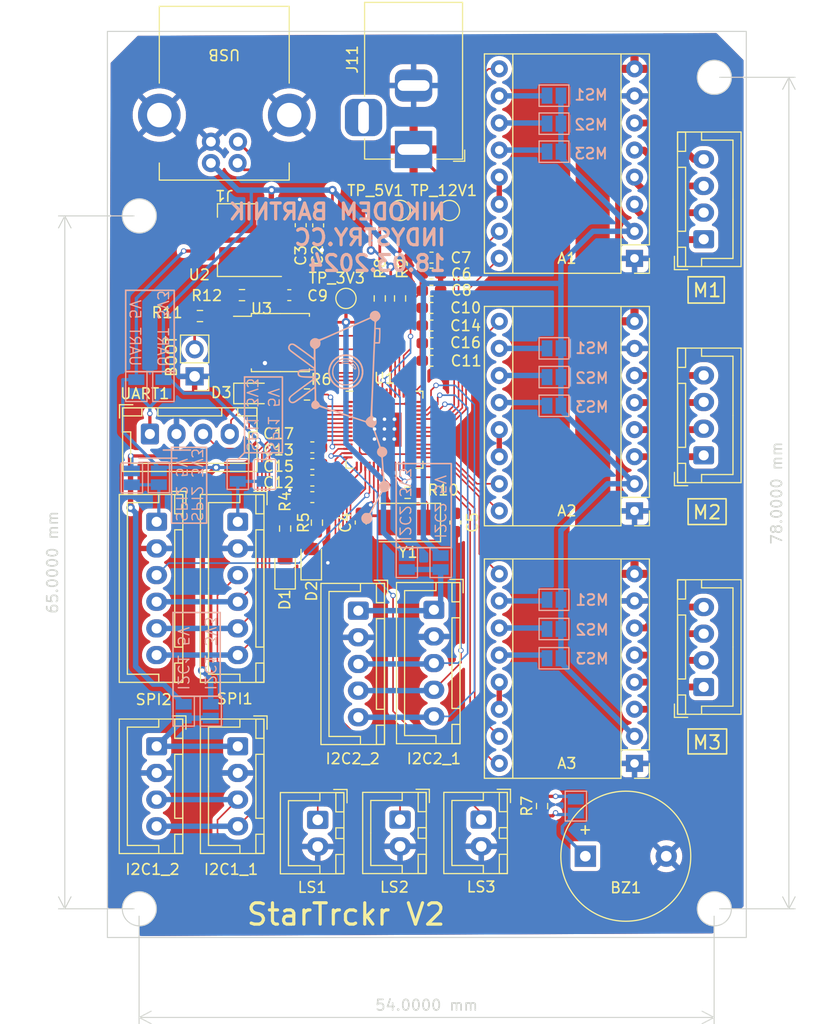
<source format=kicad_pcb>
(kicad_pcb (version 20221018) (generator pcbnew)
  (layers (0 "F.Cu" signal) (31 "B.Cu" signal) (34 "B.Paste" user) (35 "F.Paste" user) (36 "B.SilkS" user "B.Silkscreen") (37 "F.SilkS" user "F.Silkscreen") (38 "B.Mask" user) (39 "F.Mask" user) (44 "Edge.Cuts" user))
  (net 0 "")
  (net 1 "+5V")
  (net 2 "USB_DM")
  (net 3 "USB_DP")
  (net 4 "GND")
  (net 5 "+12V")
  (net 6 "Net-(A1-1B)")
  (net 7 "LED1")
  (net 8 "+3V3")
  (net 9 "Net-(A1-1A)")
  (net 10 "Net-(I2C1_1-Pin_1)")
  (net 11 "QSPI_SS")
  (net 12 "Net-(A1-2A)")
  (net 13 "Net-(C5-Pad2)")
  (net 14 "Net-(A1-2B)")
  (net 15 "Net-(A1-MS1)")
  (net 16 "Net-(A1-MS2)")
  (net 17 "BUZZER")
  (net 18 "Net-(A1-MS3)")
  (net 19 "LED3")
  (net 20 "Net-(A1-~{RESET})")
  (net 21 "LED2")
  (net 22 "QSPI_SD1")
  (net 23 "QSPI_SD2")
  (net 24 "QSPI_SD0")
  (net 25 "QSPI_SCLK")
  (net 26 "QSPI_SD3")
  (net 27 "Net-(A2-1B)")
  (net 28 "Net-(A2-1A)")
  (net 29 "Net-(A2-2A)")
  (net 30 "Net-(A2-2B)")
  (net 31 "Net-(A2-MS1)")
  (net 32 "Net-(A2-MS2)")
  (net 33 "+1V1")
  (net 34 "Net-(A2-MS3)")
  (net 35 "Net-(A2-~{RESET})")
  (net 36 "Net-(A3-1B)")
  (net 37 "I2C2_SCL")
  (net 38 "I2C2_SDA")
  (net 39 "I2C2_DRDY")
  (net 40 "Net-(A3-1A)")
  (net 41 "Net-(A3-2A)")
  (net 42 "Net-(A3-2B)")
  (net 43 "Net-(A3-MS1)")
  (net 44 "Net-(A3-MS2)")
  (net 45 "Net-(A3-MS3)")
  (net 46 "Net-(A3-~{RESET})")
  (net 47 "Net-(BZ1--)")
  (net 48 "Net-(U1-XIN)")
  (net 49 "M1_ENABLE")
  (net 50 "Net-(D1-A)")
  (net 51 "Net-(D2-A)")
  (net 52 "Net-(D3-A)")
  (net 53 "Net-(J5-Pin_2)")
  (net 54 "M1_STEP")
  (net 55 "M1_DIR")
  (net 57 "Net-(U1-USB_DP)")
  (net 58 "Net-(U1-USB_DM)")
  (net 59 "Net-(U1-XOUT)")
  (net 60 "M2_ENABLE")
  (net 61 "Net-(I2C2_1-Pin_1)")
  (net 62 "SPI_CS1")
  (net 63 "SPI_CLK")
  (net 64 "SPI_MOSI")
  (net 65 "M2_STEP")
  (net 66 "M2_DIR")
  (net 67 "SPI_MISO")
  (net 71 "M3_ENABLE")
  (net 73 "Net-(JP11-A)")
  (net 74 "SPI_CS2")
  (net 75 "Net-(JP13-A)")
  (net 76 "M3_STEP")
  (net 77 "M3_DIR")
  (net 78 "LS2")
  (net 79 "LS3")
  (net 80 "LS1")
  (net 82 "UART_RX")
  (net 83 "UART_TX")
  (net 84 "Net-(JP17-A)")
  (net 85 "I2C1_SCL")
  (net 86 "I2C1_SDA")
  (footprint "Connector_JST:JST_XH_B4B-XH-A_1x04_P2.50mm_Vertical" (layer "F.Cu") (at 173.99 95.27)
    (fp_text reference "UART1")
    (fp_text value "UART")
  )
  (footprint "Connector_JST:JST_XH_B2B-XH-A_1x02_P2.50mm_Vertical" (layer "F.Cu") (at 205.105 131.445 -90)
    (fp_text reference "LS3")
    (fp_text value "LS3")
  )
  (footprint "Connector_JST:JST_XH_B6B-XH-A_1x06_P2.50mm_Vertical" (layer "F.Cu") (at 182.245 103.505 -90)
    (fp_text reference "SPI1")
    (fp_text value "SPI1")
  )
  (footprint "Capacitor_SMD:C_0603_1608Metric_Pad1.08x0.95mm_HandSolder" (layer "F.Cu") (at 188.153966 75.681681 90)
    (fp_text reference "C3")
    (fp_text value "10u")
  )
  (footprint "Resistor_SMD:R_0603_1608Metric_Pad0.98x0.95mm_HandSolder" (layer "F.Cu") (at 197.485 82.55 -90)
    (fp_text reference "R9")
    (fp_text value "27")
  )
  (footprint "Capacitor_SMD:C_0603_1608Metric_Pad1.08x0.95mm_HandSolder" (layer "F.Cu") (at 200.4325 81.82768)
    (fp_text reference "C8")
    (fp_text value "1u")
  )
  (footprint "Capacitor_SMD:C_0603_1608Metric_Pad1.08x0.95mm_HandSolder" (layer "F.Cu") (at 200.4325 80.221623)
    (fp_text reference "C6")
    (fp_text value "100n")
  )
  (footprint "Connector_BarrelJack:BarrelJack_Horizontal" (layer "F.Cu") (at 198.755 68.58 -90)
    (fp_text reference "J11")
    (fp_text value "Barrel_Jack_Switch")
  )
  (footprint "Resistor_SMD:R_0603_1608Metric_Pad0.98x0.95mm_HandSolder" (layer "F.Cu") (at 186.69 104.14 90)
    (fp_text reference "R4")
    (fp_text value "100")
  )
  (footprint "Capacitor_SMD:C_0603_1608Metric_Pad1.08x0.95mm_HandSolder" (layer "F.Cu") (at 189.24543 99.6343 180)
    (fp_text reference "C15")
    (fp_text value "100n")
  )
  (footprint "TestPoint:TestPoint_Pad_D1.5mm" (layer "F.Cu") (at 192.405 82.55)
    (fp_text reference "TP_3V3")
    (fp_text value "TP")
  )
  (footprint "Connector_JST:JST_XH_B4B-XH-A_1x04_P2.50mm_Vertical" (layer "F.Cu") (at 182.245 124.565 -90)
    (fp_text reference "I2C1_1")
    (fp_text value "I2C1")
  )
  (footprint "Package_DFN_QFN:QFN-56-1EP_7x7mm_P0.4mm_EP3.2x3.2mm" (layer "F.Cu") (at 196.020786 94.861606)
    (fp_text reference "U1")
    (fp_text value "RP2040")
  )
  (footprint "Connector_JST:JST_XH_B2B-XH-A_1x02_P2.50mm_Vertical" (layer "F.Cu") (at 197.485 131.445 -90)
    (fp_text reference "LS2")
    (fp_text value "LS2")
  )
  (footprint "Capacitor_SMD:C_0603_1608Metric_Pad1.08x0.95mm_HandSolder" (layer "F.Cu") (at 189.24543 101.191451 180)
    (fp_text reference "C12")
    (fp_text value "100n")
  )
  (footprint "LED_SMD:LED_0805_2012Metric_Pad1.15x1.40mm_HandSolder" (layer "F.Cu") (at 189.143548 107.088548 90)
    (fp_text reference "D2")
    (fp_text value "LED")
  )
  (footprint "Resistor_SMD:R_0603_1608Metric_Pad0.98x0.95mm_HandSolder" (layer "F.Cu") (at 182.638562 82.241478)
    (fp_text reference "R12")
    (fp_text value "R")
  )
  (footprint "TestPoint:TestPoint_Pad_D1.5mm" (layer "F.Cu") (at 197.485 74.295)
    (fp_text reference "TP_5V1")
    (fp_text value "TP")
  )
  (footprint "Capacitor_SMD:C_0603_1608Metric_Pad1.08x0.95mm_HandSolder" (layer "F.Cu") (at 202.679581 103.571715 90)
    (fp_text reference "C5")
    (fp_text value "27p")
  )
  (footprint "Resistor_SMD:R_0603_1608Metric_Pad0.98x0.95mm_HandSolder" (layer "F.Cu") (at 178.692355 84.204657)
    (fp_text reference "R11")
    (fp_text value "1k")
  )
  (footprint "Capacitor_SMD:C_0603_1608Metric_Pad1.08x0.95mm_HandSolder" (layer "F.Cu") (at 193.789581 103.571715 90)
    (fp_text reference "C4")
    (fp_text value "27p")
  )
  (footprint "Package_TO_SOT_SMD:SOT-223-3_TabPin2" (layer "F.Cu") (at 182.245 77.081008 180)
    (fp_text reference "U2")
    (fp_text value "LM1117-3.3")
  )
  (footprint "Resistor_SMD:R_0603_1608Metric_Pad0.98x0.95mm_HandSolder" (layer "F.Cu") (at 210.82 130.175 90)
    (fp_text reference "R7")
    (fp_text value "10k")
  )
  (footprint "Connector_JST:JST_XH_B5B-XH-A_1x05_P2.50mm_Vertical" (layer "F.Cu") (at 200.66 111.76 -90)
    (fp_text reference "I2C2_1")
    (fp_text value "I2C2")
  )
  (footprint "Resistor_SMD:R_0603_1608Metric_Pad0.98x0.95mm_HandSolder" (layer "F.Cu") (at 198.191399 100.787512 180)
    (fp_text reference "R10")
    (fp_text value "1k")
  )
  (footprint "Capacitor_SMD:C_0603_1608Metric_Pad1.08x0.95mm_HandSolder" (layer "F.Cu") (at 189.24543 96.52 180)
    (fp_text reference "C17")
    (fp_text value "100n")
  )
  (footprint "Resistor_SMD:R_0603_1608Metric_Pad0.98x0.95mm_HandSolder" (layer "F.Cu") (at 188.746693 91.561451)
    (fp_text reference "R6")
    (fp_text value "100")
  )
  (footprint "Resistor_SMD:R_0603_1608Metric_Pad0.98x0.95mm_HandSolder" (layer "F.Cu") (at 195.58 82.55 -90)
    (fp_text reference "R8")
    (fp_text value "27")
  )
  (footprint "Connector_PinHeader_2.54mm:PinHeader_1x02_P2.54mm_Vertical" (layer "F.Cu") (at 178.193562 89.861478 180)
    (fp_text reference "J5" hide)
    (fp_text value "BOOT")
  )
  (footprint "Connector_JST:JST_XH_B4B-XH-A_1x04_P2.50mm_Vertical" (layer "F.Cu") (at 226 119 90)
    (fp_text reference "J10" hide)
    (fp_text value "M3")
  )
  (footprint "Connector_JST:JST_XH_B5B-XH-A_1x05_P2.50mm_Vertical" (layer "F.Cu") (at 193.565 111.84 -90)
    (fp_text reference "I2C2_2")
    (fp_text value "I2C2")
  )
  (footprint "TestPoint:TestPoint_Pad_D1.5mm" (layer "F.Cu") (at 202.117848 74.30511)
    (fp_text reference "TP_12V1")
    (fp_text value "TP")
  )
  (footprint "Crystal:Crystal_SMD_5032-2Pin_5.0x3.2mm" (layer "F.Cu") (at 198.234581 103.571715 180)
    (fp_text reference "Y1")
    (fp_text value "12MHz")
  )
  (footprint "Capacitor_SMD:C_0603_1608Metric_Pad1.08x0.95mm_HandSolder" (layer "F.Cu") (at 189.24543 98.07715 180)
    (fp_text reference "C13")
    (fp_text value "100n")
  )
  (footprint "Connector_JST:JST_XH_B2B-XH-A_1x02_P2.50mm_Vertical" (layer "F.Cu") (at 189.755 131.465 -90)
    (fp_text reference "LS1")
    (fp_text value "LS1")
  )
  (footprint "Connector_JST:JST_XH_B4B-XH-A_1x04_P2.50mm_Vertical" (layer "F.Cu") (at 226 77 90)
    (fp_text reference "J2" hide)
    (fp_text value "M1")
  )
  (footprint "Package_SO:SOIC-8_5.23x5.23mm_P1.27mm" (layer "F.Cu") (at 186.247001 86.690822)
    (fp_text reference "U3")
    (fp_text value "W25Q32JVSS")
  )
  (footprint "Capacitor_SMD:C_0603_1608Metric_Pad1.08x0.95mm_HandSolder" (layer "F.Cu") (at 200.4325 86.750607)
    (fp_text reference "C16")
    (fp_text value "100n")
  )
  (footprint "Capacitor_SMD:C_0603_1608Metric_Pad1.08x0.95mm_HandSolder" (layer "F.Cu") (at 200.4325 85.09)
    (fp_text reference "C14")
    (fp_text value "100n")
  )
  (footprint "Capacitor_SMD:C_0603_1608Metric_Pad1.08x0.95mm_HandSolder" (layer "F.Cu") (at 187.083562 82.241478)
    (fp_text reference "C9")
    (fp_text value "100n")
  )
  (footprint "LED_SMD:LED_0805_2012Metric_Pad1.15x1.40mm_HandSolder" (layer "F.Cu") (at 186.69 107.95 90)
    (fp_text reference "D1")
    (fp_text value "LED")
  )
  (footprint "bartnik:U-USBBR04P-F000" (layer "F.Cu") (at 180.975 69.85 180)
    (fp_text reference "J1")
    (fp_text value "USB_B")
  )
  (footprint "Module:Pololu_Breakout-16_15.2x20.3mm" (layer "F.Cu") (at 219.502645 102.478942 180)
    (fp_text reference "A2")
    (fp_text value "TMC2209")
  )
  (footprint "Capacitor_SMD:C_0603_1608Metric_Pad1.08x0.95mm_HandSolder" (layer "F.Cu") (at 200.43834 78.720725)
    (fp_text reference "C7")
    (fp_text value "100n")
  )
  (footprint "Connector_JST:JST_XH_B4B-XH-A_1x04_P2.50mm_Vertical" (layer "F.Cu") (at 174.625 124.565 -90)
    (fp_text reference "I2C1_2")
    (fp_text value "I2C1")
  )
  (footprint "Connector_JST:JST_XH_B6B-XH-A_1x06_P2.50mm_Vertical" (layer "F.Cu") (at 174.625 103.505 -90)
    (fp_text reference "SPI2")
    (fp_text value "SPI2")
  )
  (footprint "Capacitor_SMD:C_0603_1608Metric_Pad1.08x0.95mm_HandSolder" (layer "F.Cu") (at 200.4325 83.441045)
    (fp_text reference "C10")
    (fp_text value "100n")
  )
  (footprint "Module:Pololu_Breakout-16_15.2x20.3mm" (layer "F.Cu") (at 219.502645 126.166442 180)
    (fp_text reference "A3")
    (fp_text value "TMC2209")
  )
  (footprint "LED_SMD:LED_0805_2012Metric_Pad1.15x1.40mm_HandSolder" (layer "F.Cu") (at 183.727847 91.463732)
    (fp_text reference "D3")
    (fp_text value "LED")
  )
  (footprint "Capacitor_SMD:C_0603_1608Metric_Pad1.08x0.95mm_HandSolder" (layer "F.Cu") (at 189.79523 75.696357 -90)
    (fp_text reference "C2")
    (fp_text value "10u")
  )
  (footprint "Connector_JST:JST_XH_B4B-XH-A_1x04_P2.50mm_Vertical" (layer "F.Cu") (at 226 97.269786 90)
    (fp_text reference "J9" hide)
    (fp_text value "M2")
  )
  (footprint "Module:Pololu_Breakout-16_15.2x20.3mm" (layer "F.Cu") (at 219.502645 78.791442 180)
    (fp_text reference "A1")
    (fp_text value "TMC2209")
  )
  (footprint "Buzzer_Beeper:Buzzer_12x9.5RM7.6" (layer "F.Cu") (at 214.884 134.874)
    (fp_text reference "BZ1")
    (fp_text value "Buzzer")
  )
  (footprint "Resistor_SMD:R_0603_1608Metric_Pad0.98x0.95mm_HandSolder" (layer "F.Cu") (at 189.677459 103.584784 90)
    (fp_text reference "R5")
    (fp_text value "100")
  )
  (footprint "Capacitor_SMD:C_0603_1608Metric_Pad1.08x0.95mm_HandSolder" (layer "F.Cu") (at 200.4325 88.396269)
    (fp_text reference "C11")
    (fp_text value "1u")
  )
  (footprint "Jumper:SolderJumper-2_P1.3mm_Open_Pad1.0x1.5mm" (layer "B.Cu") (at 182.245 99.06 90)
    (fp_text reference "JP12" hide)
    (fp_text value "J_SPI_5V")
  )
  (footprint "LOGO" (layer "B.Cu") (at 191.77 93.726 90)
    (fp_text reference "G***" hide)
    (fp_text value "LOGO" hide)
  )
  (footprint "Jumper:SolderJumper-2_P1.3mm_Open_Pad1.0x1.5mm" (layer "B.Cu") (at 172.298881 99.383949 90)
    (fp_text reference "JP13" hide)
    (fp_text value "J_SPI_3V3")
  )
  (footprint "Jumper:SolderJumper-2_P1.3mm_Open_Pad1.0x1.5mm" (layer "B.Cu") (at 211.942622 92.620424 180)
    (fp_text reference "JP7" hide)
    (fp_text value "M2_MS3")
  )
  (footprint "Jumper:SolderJumper-2_P1.3mm_Open_Pad1.0x1.5mm" (layer "B.Cu") (at 211.942622 66.154062 180)
    (fp_text reference "JP2" hide)
    (fp_text value "M1_MS2")
  )
  (footprint "Jumper:SolderJumper-2_P1.3mm_Open_Pad1.0x1.5mm" (layer "B.Cu") (at 211.942622 116.303824 180)
    (fp_text reference "JP10" hide)
    (fp_text value "M3_MS3")
  )
  (footprint "Jumper:SolderJumper-2_P1.3mm_Open_Pad1.0x1.5mm" (layer "B.Cu") (at 179.705 121.27 90)
    (fp_text reference "JP20" hide)
    (fp_text value "J_SPI_5V")
  )
  (footprint "Jumper:SolderJumper-2_P1.3mm_Open_Pad1.0x1.5mm" (layer "B.Cu") (at 213.995 130.175 -90)
    (fp_text reference "JP4" hide)
    (fp_text value "J_BUZZ")
  )
  (footprint "Jumper:SolderJumper-2_P1.3mm_Open_Pad1.0x1.5mm" (layer "B.Cu") (at 211.942622 89.926645 180)
    (fp_text reference "JP6" hide)
    (fp_text value "M2_MS2")
  )
  (footprint "Jumper:SolderJumper-2_P1.3mm_Open_Pad1.0x1.5mm" (layer "B.Cu") (at 177.165 121.27 90)
    (fp_text reference "JP19" hide)
    (fp_text value "J_SPI_3V3")
  )
  (footprint "Jumper:SolderJumper-2_P1.3mm_Open_Pad1.0x1.5mm" (layer "B.Cu") (at 211.942622 110.816486 180)
    (fp_text reference "JP8" hide)
    (fp_text value "M3_MS1")
  )
  (footprint "Jumper:SolderJumper-2_P1.3mm_Open_Pad1.0x1.5mm" (layer "B.Cu") (at 198.12 107.33 90)
    (fp_text reference "JP16" hide)
    (fp_text value "J_SPI_5V")
  )
  (footprint "Jumper:SolderJumper-2_P1.3mm_Open_Pad1.0x1.5mm" (layer "B.Cu") (at 211.942622 113.560155 180)
    (fp_text reference "JP9" hide)
    (fp_text value "M3_MS2")
  )
  (footprint "Jumper:SolderJumper-2_P1.3mm_Open_Pad1.0x1.5mm" (layer "B.Cu") (at 211.942622 87.232867 180)
    (fp_text reference "JP5" hide)
    (fp_text value "M2_MS1")
  )
  (footprint "Jumper:SolderJumper-2_P1.3mm_Open_Pad1.0x1.5mm" (layer "B.Cu") (at 175.26 90.82 90)
    (fp_text reference "JP17" hide)
    (fp_text value "J_SPI_3V3")
  )
  (footprint "Jumper:SolderJumper-2_P1.3mm_Open_Pad1.0x1.5mm" (layer "B.Cu") (at 211.942622 63.528515 180)
    (fp_text reference "JP1" hide)
    (fp_text value "M1_MS1")
  )
  (footprint "Jumper:SolderJumper-2_P1.3mm_Open_Pad1.0x1.5mm" (layer "B.Cu") (at 174.830991 99.372304 90)
    (fp_text reference "JP14" hide)
    (fp_text value "J_SPI_5V")
  )
  (footprint "Jumper:SolderJumper-2_P1.3mm_Open_Pad1.0x1.5mm" (layer "B.Cu") (at 201.295 107.33 90)
    (fp_text reference "JP15" hide)
    (fp_text value "J_SPI_3V3")
  )
  (footprint "Jumper:SolderJumper-2_P1.3mm_Open_Pad1.0x1.5mm" (layer "B.Cu") (at 184.785 99.06 90)
    (fp_text reference "JP11" hide)
    (fp_text value "J_SPI_3V3")
  )
  (footprint "Jumper:SolderJumper-2_P1.3mm_Open_Pad1.0x1.5mm" (layer "B.Cu") (at 211.942622 68.779609 180)
    (fp_text reference "JP3" hide)
    (fp_text value "M1_MS3")
  )
  (footprint "Jumper:SolderJumper-2_P1.3mm_Open_Pad1.0x1.5mm" (layer "B.Cu") (at 172.72 90.82 90)
    (fp_text reference "JP18" hide)
    (fp_text value "J_SPI_5V")
  )
  (gr_rect (start 171.72 81.788) (end 176.276 89.42) (stroke (width 0.15)) (fill none) (layer "B.SilkS"))
  (gr_line (start 184.785 97.66) (end 185.42 97.028) (stroke (width 0.15)) (layer "B.SilkS"))
  (gr_rect (start 182.88 89.916) (end 186.436 97.028) (stroke (width 0.15)) (fill none) (layer "B.SilkS"))
  (gr_rect (start 176.022 96.52) (end 179.324 103.632) (stroke (width 0.15)) (fill none) (layer "B.SilkS"))
  (gr_rect (start 176.165 112.014) (end 180.594 119.87) (stroke (width 0.15)) (fill none) (layer "B.SilkS"))
  (gr_line (start 177.8 96.774) (end 175.26 96.774) (stroke (width 0.15)) (layer "B.SilkS"))
  (gr_rect (start 197.12 98.044) (end 202.295 105.93) (stroke (width 0.15)) (fill none) (layer "B.SilkS"))
  (gr_line (start 182.245 97.66) (end 182.88 97.028) (stroke (width 0.15)) (layer "B.SilkS"))
  (gr_line (start 176.53 97.536) (end 172.974 97.536) (stroke (width 0.15)) (layer "B.SilkS"))
  (gr_rect (start 224.536 80.518) (end 227.929928 82.985149) (stroke (width 0.15)) (fill none) (layer "F.SilkS"))
  (gr_rect (start 224.536 101.346) (end 228.102079 103.759574) (stroke (width 0.15)) (fill none) (layer "F.SilkS"))
  (gr_rect (start 224.536 122.936) (end 228.154435 125.277197) (stroke (width 0.15)) (fill none) (layer "F.SilkS"))
  (gr_circle (center 173 139.809688) (end 174.6 139.809688) (stroke (width 0.1)) (fill none) (layer "Edge.Cuts"))
  (gr_circle (center 173 74.809688) (end 174.6 74.809688) (stroke (width 0.1)) (fill none) (layer "Edge.Cuts"))
  (gr_circle (center 227 61.809688) (end 228.6 61.809688) (stroke (width 0.1)) (fill none) (layer "Edge.Cuts"))
  (gr_circle (center 227 139.809688) (end 228.6 139.809688) (stroke (width 0.1)) (fill none) (layer "Edge.Cuts"))
  (gr_rect (start 170 57.5) (end 230 142.5) (stroke (width 0.1)) (fill none) (layer "Edge.Cuts"))
  (gr_text "I2C1 5V" (at 176.526955 119.38514 270) (layer "B.SilkS") (effects (font (size 1 1) (thickness 0.125)) (justify left bottom mirror)))
  (gr_text "NIKODEM BARTNIK\nINDYSTRY.CC\n18.03.2024" (at 201.93 76.835) (layer "B.SilkS") (effects (font (size 1.5 1.5) (thickness 0.3)) (justify left mirror)))
  (gr_text "MS1\n" (at 215.417748 63.453218) (layer "B.SilkS") (effects (font (size 1.016 1.016) (thickness 0.1778)) (justify mirror)))
  (gr_text "MS1\n" (at 215.499442 87.220284) (layer "B.SilkS") (effects (font (size 1.016 1.016) (thickness 0.1778)) (justify mirror)))
  (gr_text "MS3" (at 215.514196 116.35459) (layer "B.SilkS") (effects (font (size 1.016 1.016) (thickness 0.1778)) (justify mirror)))
  (gr_text "MS2" (at 215.514196 113.642327) (layer "B.SilkS") (effects (font (size 1.016 1.016) (thickness 0.1778)) (justify mirror)))
  (gr_text "SPI2 5V" (at 176.364359 103.580524 270) (layer "B.SilkS") (effects (font (size 1 1) (thickness 0.125)) (justify left bottom mirror)))
  (gr_text "SPI1 3V3" (at 183 97 270) (layer "B.SilkS") (effects (font (size 1 1) (thickness 0.125)) (justify left bottom mirror)))
  (gr_text "MS3" (at 215.417748 68.967648) (layer "B.SilkS") (effects (font (size 1.016 1.016) (thickness 0.1778)) (justify mirror)))
  (gr_text "UART 3V3" (at 174.613593 89.052051 270) (layer "B.SilkS") (effects (font (size 1 1) (thickness 0.125)) (justify left bottom mirror)))
  (gr_text "MS3" (at 215.499442 92.734714) (layer "B.SilkS") (effects (font (size 1.016 1.016) (thickness 0.1778)) (justify mirror)))
  (gr_text "I2C2 5V" (at 200.66 105.156 270) (layer "B.SilkS") (effects (font (size 1 1) (thickness 0.125)) (justify left bottom mirror)))
  (gr_text "SPI1 5V" (at 185 97 270) (layer "B.SilkS") (effects (font (size 1 1) (thickness 0.125)) (justify left bottom mirror)))
  (gr_text "MS1\n" (at 215.514196 110.84016) (layer "B.SilkS") (effects (font (size 1.016 1.016) (thickness 0.1778)) (justify mirror)))
  (gr_text "I2C2 3V3" (at 197.358 105.41 270) (layer "B.SilkS") (effects (font (size 1 1) (thickness 0.125)) (justify left bottom mirror)))
  (gr_text "MS2" (at 215.417748 66.255385) (layer "B.SilkS") (effects (font (size 1.016 1.016) (thickness 0.1778)) (justify mirror)))
  (gr_text "I2C1 3V3" (at 179.07 119.38 270) (layer "B.SilkS") (effects (font (size 1 1) (thickness 0.125)) (justify left bottom mirror)))
  (gr_text "MS2" (at 215.499442 90.022451) (layer "B.SilkS") (effects (font (size 1.016 1.016) (thickness 0.1778)) (justify mirror)))
  (gr_text "UART 5V" (at 172 89 270) (layer "B.SilkS") (effects (font (size 1 1) (thickness 0.125)) (justify left bottom mirror)))
  (gr_text "SPI2 3V3" (at 177.816757 103.585665 270) (layer "B.SilkS") (effects (font (size 1 1) (thickness 0.125)) (justify left bottom mirror)))
  (gr_text "StarTrckr V2" (at 192.408452 140.334354) (layer "F.SilkS") (effects (font (size 2 2) (thickness 0.3))))
  (gr_text "M1" (at 226.314 81.788) (layer "F.SilkS") (effects (font (size 1.27 1.27) (thickness 0.1778))))
  (gr_text "M3\n" (at 226.314 124.206) (layer "F.SilkS") (effects (font (size 1.27 1.27) (thickness 0.1778))))
  (gr_text "M2\n" (at 226.314 102.616) (layer "F.SilkS") (effects (font (size 1.27 1.27) (thickness 0.1778))))
  (dimension (type aligned) (layer "Edge.Cuts") (pts (xy 227 139.809688) (xy 227 61.809688)) (height 7) (gr_text "78.0000 mm" (at 232.85 100.809688 90) (layer "Edge.Cuts") (effects (font (size 1 1) (thickness 0.15)))) (format (prefix "") (suffix "") (units 3) (units_format 1) (precision 4)) (style (thickness 0.1) (arrow_length 1.27) (text_position_mode 0) (extension_height 0.58642) (extension_offset 0.5) keep_text_aligned))
  (dimension (type aligned) (layer "Edge.Cuts") (pts (xy 173 139.809688) (xy 173 74.809688)) (height -7) (gr_text "65.0000 mm" (at 164.85 107.309688 90) (layer "Edge.Cuts") (effects (font (size 1 1) (thickness 0.15)))) (format (prefix "") (suffix "") (units 3) (units_format 1) (precision 4)) (style (thickness 0.1) (arrow_length 1.27) (text_position_mode 0) (extension_height 0.58642) (extension_offset 0.5) keep_text_aligned))
  (dimension (type aligned) (layer "Edge.Cuts") (pts (xy 172.976867 140) (xy 226.976867 140)) (height 10) (gr_text "54.0000 mm" (at 199.976867 148.85) (layer "Edge.Cuts") (effects (font (size 1 1) (thickness 0.15)))) (format (prefix "") (suffix "") (units 3) (units_format 1) (precision 4)) (style (thickness 0.1) (arrow_length 1.27) (text_position_mode 0) (extension_height 0.58642) (extension_offset 0.5) keep_text_aligned))
  (segment (start 185.395 72.415) (end 185.42 72.39) (width 0.508) (layer "F.Cu") (net 1))
  (segment (start 185.395 74.781008) (end 185.395 72.415) (width 0.508) (layer "F.Cu") (net 1))
  (segment (start 197.485 78.105) (end 197.1675 78.4225) (width 0.3048) (layer "F.Cu") (net 1))
  (segment (start 172.204213 97.328309) (end 182.706691 97.328309) (width 0.3048) (layer "F.Cu") (net 1))
  (segment (start 182.706691 97.328309) (end 184.164368 95.870632) (width 0.3048) (layer "F.Cu") (net 1))
  (segment (start 172.177096 97.355426) (end 172.204213 97.328309) (width 0.508) (layer "F.Cu") (net 1))
  (segment (start 197.485 74.295) (end 197.485 78.105) (width 0.3048) (layer "F.Cu") (net 1))
  (segment (start 191.135 73.494087) (end 191.135 72.39) (width 0.25) (layer "F.Cu") (net 1))
  (segment (start 189.79523 74.833857) (end 191.135 73.494087) (width 0.25) (layer "F.Cu") (net 1))
  (segment (start 172.177096 102.183548) (end 172.177096 97.355426) (width 0.508) (layer "F.Cu") (net 1))
  (via (at 172.204213 97.328309) (size 0.508) (drill 0.3302) (layers "F.Cu" "B.Cu") (net 1))
  (via (at 185.42 72.39) (size 0.8) (drill 0.4) (layers "F.Cu" "B.Cu") (net 1))
  (via (at 197.1675 78.4225) (size 0.508) (drill 0.3302) (layers "F.Cu" "B.Cu") (net 1))
  (via (at 184.164368 95.870632) (size 0.508) (drill 0.3302) (layers "F.Cu" "B.Cu") (net 1))
  (via (at 191.135 72.39) (size 0.8) (drill 0.4) (layers "F.Cu" "B.Cu") (net 1))
  (via (at 172.177096 102.183548) (size 0.8) (drill 0.4) (layers "F.Cu" "B.Cu") (net 1))
  (segment (start 184.785 96.491265) (end 184.164368 95.870632) (width 0.3048) (layer "B.Cu") (net 1))
  (segment (start 175.26 83.82) (end 183.515 75.565) (width 0.3048) (layer "B.Cu") (net 1))
  (segment (start 175.275 118.73) (end 177.165 120.62) (width 0.508) (layer "B.Cu") (net 1))
  (segment (start 182.265 72.39) (end 183.515 72.39) (width 0.508) (layer "B.Cu") (net 1))
  (segment (start 212.592622 66.154062) (end 212.592622 68.779609) (width 0.508) (layer "B.Cu") (net 1))
  (segment (start 212.592622 89.926645) (end 212.592622 92.620424) (width 0.508) (layer "B.Cu") (net 1))
  (segment (start 174.311069 118.73) (end 172.654879 117.07381) (width 0.508) (layer "B.Cu") (net 1))
  (segment (start 212.592622 69.341419) (end 212.592622 68.779609) (width 0.508) (layer "B.Cu") (net 1))
  (segment (start 184.164368 95.870632) (end 179.733735 91.44) (width 0.3048) (layer "B.Cu") (net 1))
  (segment (start 191.135 72.39) (end 197.1675 78.4225) (width 0.508) (layer "B.Cu") (net 1))
  (segment (start 175.26 90.17) (end 175.26 83.82) (width 0.3048) (layer "B.Cu") (net 1))
  (segment (start 212.592622 87.232867) (end 212.592622 89.926645) (width 0.508) (layer "B.Cu") (net 1))
  (segment (start 212.592622 104.321713) (end 216.975393 99.938942) (width 0.508) (layer "B.Cu") (net 1))
  (segment (start 212.592622 81.140888) (end 212.592622 87.232867) (width 0.508) (layer "B.Cu") (net 1))
  (segment (start 219.502645 76.251442) (end 212.592622 69.341419) (width 0.508) (layer "B.Cu") (net 1))
  (segment (start 179.725 69.85) (end 182.265 72.39) (width 0.508) (layer "B.Cu") (net 1))
  (segment (start 172.298881 98.733949) (end 172.298881 97.422977) (width 0.3048) (layer "B.Cu") (net 1))
  (segment (start 212.592622 113.560155) (end 212.592622 116.303824) (width 0.508) (layer "B.Cu") (net 1))
  (segment (start 212.592622 79.256389) (end 212.592622 81.140888) (width 0.508) (layer "B.Cu") (net 1))
  (segment (start 212.592622 110.816486) (end 212.592622 113.560155) (width 0.508) (layer "B.Cu") (net 1))
  (segment (start 215.597569 76.251442) (end 212.592622 79.256389) (width 0.508) (layer "B.Cu") (net 1))
  (segment (start 212.592622 110.816486) (end 212.592622 106.68) (width 0.508) (layer "B.Cu") (net 1))
  (segment (start 174.311069 118.73) (end 175.275 118.73) (width 0.508) (layer "B.Cu") (net 1))
  (segment (start 183.515 75.565) (end 183.515 72.39) (width 0.3048) (layer "B.Cu") (net 1))
  (segment (start 183.515 72.39) (end 185.42 72.39) (width 0.508) (layer "B.Cu") (net 1))
  (segment (start 175.9148 90.17) (end 175.26 90.17) (width 0.3048) (layer "B.Cu") (net 1))
  (segment (start 172.298881 97.422977) (end 172.204213 97.328309) (width 0.3048) (layer "B.Cu") (net 1))
  (segment (start 219.502645 123.626442) (end 212.592622 116.716419) (width 0.508) (layer "B.Cu") (net 1))
  (segment (start 172.654879 117.07381) (end 172.654879 102.661331) (width 0.508) (layer "B.Cu") (net 1))
  (segment (start 216.975393 99.938942) (end 219.502645 99.938942) (width 0.508) (layer "B.Cu") (net 1))
  (segment (start 219.502645 99.938942) (end 212.592622 93.028919) (width 0.508) (layer "B.Cu") (net 1))
  (segment (start 172.654879 102.661331) (end 172.177096 102.183548) (width 0.508) (layer "B.Cu") (net 1))
  (segment (start 199.885888 81.140888) (end 212.592622 81.140888) (width 0.508) (layer "B.Cu") (net 1))
  (segment (start 179.733735 91.44) (end 177.1848 91.44) (width 0.3048) (layer "B.Cu") (net 1))
  (segment (start 185.42 72.39) (end 191.135 72.39) (width 0.508) (layer "B.Cu") (net 1))
  (segment (start 184.785 98.41) (end 184.785 96.491265) (width 0.3048) (layer "B.Cu") (net 1))
  (segment (start 199.67139 105.05639) (end 199.67139 81.355386) (width 0.508) (layer "B.Cu") (net 1))
  (segment (start 212.592622 106.68) (end 212.592622 104.321713) (width 0.508) (layer "B.Cu") (net 1))
  (segment (start 212.592622 93.028919) (end 212.592622 92.620424) (width 0.508) (layer "B.Cu") (net 1))
  (segment (start 201.295 106.68) (end 199.67139 105.05639) (width 0.508) (layer "B.Cu") (net 1))
  (segment (start 219.502645 76.251442) (end 215.597569 76.251442) (width 0.508) (layer "B.Cu") (net 1))
  (segment (start 199.67139 81.355386) (end 199.885888 81.140888) (width 0.508) (layer "B.Cu") (net 1))
  (segment (start 212.592622 63.528515) (end 212.592622 66.154062) (width 0.508) (layer "B.Cu") (net 1))
  (segment (start 212.592622 116.716419) (end 212.592622 116.303824) (width 0.508) (layer "B.Cu") (net 1))
  (segment (start 177.1848 91.44) (end 175.9148 90.17) (width 0.3048) (layer "B.Cu") (net 1))
  (segment (start 197.1675 78.4225) (end 199.885888 81.140888) (width 0.508) (layer "B.Cu") (net 1))
  (segment (start 194.753043 74.107267) (end 194.753043 78.049309) (width 0.25) (layer "F.Cu") (net 2))
  (segment (start 193.037888 72.392112) (end 194.753043 74.107267) (width 0.25) (layer "F.Cu") (net 2))
  (segment (start 191.130776 70.485) (end 193.037888 72.392112) (width 0.25) (layer "F.Cu") (net 2))
  (segment (start 182.225 69.85) (end 182.86 70.485) (width 0.25) (layer "F.Cu") (net 2))
  (segment (start 196.607034 79.578038) (end 196.607034 80.759534) (width 0.25) (layer "F.Cu") (net 2))
  (segment (start 182.86 70.485) (end 191.130776 70.485) (width 0.25) (layer "F.Cu") (net 2))
  (segment (start 196.607034 80.759534) (end 197.485 81.6375) (width 0.25) (layer "F.Cu") (net 2))
  (via (at 196.607034 79.578038) (size 0.8) (drill 0.4) (layers "F.Cu" "B.Cu") (net 2))
  (via (at 194.753043 78.049309) (size 0.8) (drill 0.4) (layers "F.Cu" "B.Cu") (net 2))
  (segment (start 194.753043 78.049309) (end 195.078305 78.049309) (width 0.25) (layer "B.Cu") (net 2))
  (segment (start 195.078305 78.049309) (end 196.607034 79.578038) (width 0.25) (layer "B.Cu") (net 2))
  (segment (start 183.885124 69.470124) (end 190.755124 69.470124) (width 0.254) (layer "F.Cu") (net 3))
  (segment (start 195.58 74.295) (end 195.58 81.6375) (width 0.254) (layer "F.Cu") (net 3))
  (segment (start 182.265 67.85) (end 183.885124 69.470124) (width 0.254) (layer "F.Cu") (net 3))
  (segment (start 190.755124 69.470124) (end 195.58 74.295) (width 0.254) (layer "F.Cu") (net 3))
  (segment (start 189.940332 108.113548) (end 189.143548 108.113548) (width 0.3048) (layer "F.Cu") (net 4))
  (segment (start 188.153966 73.36384) (end 188.055031 73.264905) (width 0.3048) (layer "F.Cu") (net 4))
  (segment (start 190.703469 107.350411) (end 189.940332 108.113548) (width 0.3048) (layer "F.Cu") (net 4))
  (segment (start 187.774606 101.191451) (end 187.12623 100.543075) (width 0.3048) (layer "F.Cu") (net 4))
  (segment (start 188.38293 101.191451) (end 187.774606 101.191451) (width 0.3048) (layer "F.Cu") (net 4))
  (segment (start 184.794121 88.614906) (end 182.666085 88.614906) (width 0.25) (layer "F.Cu") (net 4))
  (segment (start 188.153966 74.819181) (end 188.153966 73.36384) (width 0.3048) (layer "F.Cu") (net 4))
  (segment (start 195.020786 101.608936) (end 195.020786 98.299106) (width 0.1524) (layer "F.Cu") (net 4))
  (segment (start 189.79523 76.558857) (end 189.79523 77.665026) (width 0.3048) (layer "F.Cu") (net 4))
  (segment (start 194.718226 101.911496) (end 195.020786 101.608936) (width 0.1524) (layer "F.Cu") (net 4))
  (segment (start 182.666085 88.614906) (end 182.647001 88.595822) (width 0.25) (layer "F.Cu") (net 4))
  (segment (start 189.79523 77.665026) (end 190.141675 78.011471) (width 0.3048) (layer "F.Cu") (net 4))
  (via (at 190.141675 78.011471) (size 0.8) (drill 0.4) (layers "F.Cu" "B.Cu") (net 4))
  (via (at 195.096339 93.882932) (size 0.508) (drill 0.3302) (layers "F.Cu" "B.Cu") (net 4))
  (via (at 184.794121 88.614906) (size 0.8) (drill 0.4) (layers "F.Cu" "B.Cu") (net 4))
  (via (at 187.12623 100.543075) (size 0.508) (drill 0.3302) (layers "F.Cu" "B.Cu") (net 4))
  (via (at 196.005901 95.742102) (size 0.508) (drill 0.3302) (layers "F.Cu" "B.Cu") (net 4))
  (via (at 194.718226 101.911496) (size 0.508) (drill 0.3302) (layers "F.Cu" "B.Cu") (net 4))
  (via (at 196.949789 93.882932) (size 0.508) (drill 0.3302) (layers "F.Cu" "B.Cu") (net 4))
  (via (at 196.944068 94.798216) (size 0.508) (drill 0.3302) (layers "F.Cu" "B.Cu") (net 4))
  (via (at 195.079176 95.742102) (size 0.508) (drill 0.3302) (layers "F.Cu" "B.Cu") (net 4))
  (via (at 190.703469 107.350411) (size 0.508) (drill 0.3302) (layers "F.Cu" "B.Cu") (net 4))
  (via (at 196.023064 93.882932) (size 0.508) (drill 0.3302) (layers "F.Cu" "B.Cu") (net 4))
  (via (at 196.932626 95.742102) (size 0.508) (drill 0.3302) (layers "F.Cu" "B.Cu") (net 4))
  (via (at 195.090618 94.798216) (size 0.508) (drill 0.3302) (layers "F.Cu" "B.Cu") (net 4))
  (via (at 188.055031 73.264905) (size 0.508) (drill 0.3302) (layers "F.Cu" "B.Cu") (net 4))
  (via (at 196.017343 94.798216) (size 0.508) (drill 0.3302) (layers "F.Cu" "B.Cu") (net 4))
  (segment (start 174.625 127.065) (end 182.245 127.065) (width 0.508) (layer "B.Cu") (net 4))
  (segment (start 174.625 106.005) (end 182.245 106.005) (width 0.508) (layer "B.Cu") (net 4))
  (segment (start 200.58 114.34) (end 200.66 114.26) (width 0.508) (layer "B.Cu") (net 4))
  (segment (start 193.565 114.34) (end 200.58 114.34) (width 0.508) (layer "B.Cu") (net 4))
  (segment (start 202.117848 71.942848) (end 198.755 68.58) (width 0.3048) (layer "F.Cu") (net 5))
  (segment (start 202.117848 74.30511) (end 202.117848 71.942848) (width 0.3048) (layer "F.Cu") (net 5))
  (segment (start 222.4499 77.0349) (end 225.9651 77.0349) (width 0.635) (layer "F.Cu") (net 6))
  (segment (start 219.502645 74.087645) (end 222.4499 77.0349) (width 0.635) (layer "F.Cu") (net 6))
  (segment (start 225.9651 77.0349) (end 226 77) (width 0.635) (layer "F.Cu") (net 6))
  (segment (start 219.502645 73.711442) (end 219.502645 74.087645) (width 0.635) (layer "F.Cu") (net 6))
  (segment (start 187.974392 95.061606) (end 186.055 96.980998) (width 0.1524) (layer "F.Cu") (net 7))
  (segment (start 186.055 102.5925) (end 186.69 103.2275) (width 0.1524) (layer "F.Cu") (net 7))
  (segment (start 186.055 96.980998) (end 186.055 102.5925) (width 0.1524) (layer "F.Cu") (net 7))
  (segment (start 192.583286 95.061606) (end 187.974392 95.061606) (width 0.1524) (layer "F.Cu") (net 7))
  (segment (start 186.221062 82.241478) (end 186.221062 81.905406) (width 0.3048) (layer "F.Cu") (net 8))
  (segment (start 192.405 82.55) (end 192.405 84.785822) (width 0.3048) (layer "F.Cu") (net 8))
  (segment (start 186.221062 81.905406) (end 188.153966 79.972502) (width 0.3048) (layer "F.Cu") (net 8))
  (segment (start 185.395 77.081008) (end 187.617139 77.081008) (width 0.3048) (layer "F.Cu") (net 8))
  (segment (start 198.537598 93.053383) (end 198.537598 96.283478) (width 0.1524) (layer "F.Cu") (net 8))
  (segment (start 199.57 90.609106) (end 199.57 88.396269) (width 0.1524) (layer "F.Cu") (net 8))
  (segment (start 198.12 97.155) (end 195.917598 97.155) (width 0.1524) (layer "F.Cu") (net 8))
  (segment (start 189.878482 84.754341) (end 189.847001 84.785822) (width 0.254) (layer "F.Cu") (net 8))
  (segment (start 193.591887 92.442359) (end 196.786681 92.442359) (width 0.1524) (layer "F.Cu") (net 8))
  (segment (start 196.220786 97.458188) (end 196.220786 98.299106) (width 0.1524) (layer "F.Cu") (net 8))
  (segment (start 198.537598 96.283478) (end 198.537598 96.737402) (width 0.1524) (layer "F.Cu") (net 8))
  (segment (start 192.583286 92.261606) (end 193.082102 92.261606) (width 0.1524) (layer "F.Cu") (net 8))
  (segment (start 199.458286 91.681648) (end 199.334273 91.557636) (width 0.1524) (layer "F.Cu") (net 8))
  (segment (start 199.200744 91.424106) (end 198.755 91.424106) (width 0.1524) (layer "F.Cu") (net 8))
  (segment (start 178.071008 78.105) (end 179.095 77.081008) (width 0.3048) (layer "F.Cu") (net 8))
  (segment (start 199.458286 92.261606) (end 199.458286 91.681648) (width 0.1524) (layer "F.Cu") (net 8))
  (segment (start 198.220786 91.424106) (end 198.620786 91.424106) (width 0.1524) (layer "F.Cu") (net 8))
  (segment (start 198.755 91.424106) (end 199.57 90.609106) (width 0.1524) (layer "F.Cu") (net 8))
  (segment (start 186.221062 82.241478) (end 186.221062 83.283978) (width 0.3048) (layer "F.Cu") (net 8))
  (segment (start 186.221062 82.241478) (end 183.551062 82.241478) (width 0.3048) (layer "F.Cu") (net 8))
  (segment (start 197.902183 92.442359) (end 197.931861 92.412681) (width 0.1524) (layer "F.Cu") (net 8))
  (segment (start 192.583286 95.861606) (end 193.399015 95.861606) (width 0.1524) (layer "F.Cu") (net 8))
  (segment (start 195.917598 97.155) (end 196.220786 97.458188) (width 0.1524) (layer "F.Cu") (net 8))
  (segment (start 190.415085 96.212845) (end 190.10793 96.52) (width 0.1524) (layer "F.Cu") (net 8))
  (segment (start 199.57 83.441045) (end 199.57 85.09) (width 0.508) (layer "F.Cu") (net 8))
  (segment (start 193.262855 92.442359) (end 193.591887 92.442359) (width 0.1524) (layer "F.Cu") (net 8))
  (segment (start 192.405 84.785822) (end 194.005822 84.785822) (width 0.254) (layer "F.Cu") (net 8))
  (segment (start 186.221062 83.283978) (end 187.722906 84.785822) (width 0.3048) (layer "F.Cu") (net 8))
  (segment (start 194.005822 84.785822) (end 196.593786 87.373786) (width 0.254) (layer "F.Cu") (net 8))
  (segment (start 196.220786 91.424106) (end 196.620786 91.424106) (width 0.1524) (layer "F.Cu") (net 8))
  (segment (start 199.57 85.09) (end 199.57 86.750607) (width 0.508) (layer "F.Cu") (net 8))
  (segment (start 197.931861 92.447646) (end 198.537598 93.053383) (width 0.1524) (layer "F.Cu") (net 8))
  (segment (start 196.620786 91.424106) (end 196.620786 92.276464) (width 0.1524) (layer "F.Cu") (net 8))
  (segment (start 196.593786 87.373786) (end 196.593786 91.424106) (width 0.254) (layer "F.Cu") (net 8))
  (segment (start 199.429958 88.536311) (end 199.57 88.396269) (width 0.1524) (layer "F.Cu") (net 8))
  (segment (start 190.0925 98.036989) (end 190.086317 98.043172) (width 0.508) (layer "F.Cu") (net 8))
  (segment (start 185.395 77.081008) (end 185.394234 77.080242) (width 0.3048) (layer "F.Cu") (net 8))
  (segment (start 190.10793 99.6343) (end 190.10793 101.191451) (width 0.508) (layer "F.Cu") (net 8))
  (segment (start 199.334273 91.557636) (end 199.200744 91.424106) (width 0.1524) (layer "F.Cu") (net 8))
  (segment (start 188.249892 76.640107) (end 188.153966 76.544181) (width 0.3048) (layer "F.Cu") (net 8))
  (segment (start 196.786681 92.442359) (end 197.902183 92.442359) (width 0.1524) (layer "F.Cu") (net 8))
  (segment (start 188.153966 79.972502) (end 188.153966 76.544181) (width 0.3048) (layer "F.Cu") (net 8))
  (segment (start 193.692313 96.943341) (end 193.903972 97.155) (width 0.1524) (layer "F.Cu") (net 8))
  (segment (start 198.755 91.424106) (end 198.620786 91.424106) (width 0.1524) (layer "F.Cu") (net 8))
  (segment (start 179.095 77.081008) (end 178.599219 77.081008) (width 0.3048) (layer "F.Cu") (net 8))
  (segment (start 199.306026 87.014581) (end 199.57 86.750607) (width 0.1524) (layer "F.Cu") (net 8))
  (segment (start 197.931861 92.412681) (end 198.220786 92.123756) (width 0.1524) (layer "F.Cu") (net 8))
  (segment (start 185.394228 77.080245) (end 178.646438 77.080245) (width 0.508) (layer "F.Cu") (net 8))
  (segment (start 190.10793 96.52) (end 190.10793 98.07715) (width 0.508) (layer "F.Cu") (net 8))
  (segment (start 190.086317 99.54887) (end 190.10793 99.570483) (width 0.508) (layer "F.Cu") (net 8))
  (segment (start 187.617139 77.081008) (end 188.153966 76.544181) (width 0.3048) (layer "F.Cu") (net 8))
  (segment (start 192.583286 95.861606) (end 190.543787 95.861606) (width 0.1524) (layer "F.Cu") (net 8))
  (segment (start 190.415085 95.990308) (end 190.415085 96.212845) (width 0.1524) (layer "F.Cu") (net 8))
  (segment (start 198.220786 92.123756) (end 198.220786 91.424106) (width 0.1524) (layer "F.Cu") (net 8))
  (segment (start 190.543787 95.861606) (end 190.415085 95.990308) (width 0.1524) (layer "F.Cu") (net 8))
  (segment (start 198.95947 95.861606) (end 198.537598 96.283478) (width 0.1524) (layer "F.Cu") (net 8))
  (segment (start 193.692313 96.154904) (end 193.692313 96.943341) (width 0.1524) (layer "F.Cu") (net 8))
  (segment (start 178.911505 99.703172) (end 180.204677 98.41) (width 0.508) (layer "F.Cu") (net 8))
  (segment (start 178.911505 117.453387) (end 178.911505 99.703172) (width 0.508) (layer "F.Cu") (net 8))
  (segment (start 198.537598 96.737402) (end 198.12 97.155) (width 0.1524) (layer "F.Cu") (net 8))
  (segment (start 199.458286 95.861606) (end 198.95947 95.861606) (width 0.1524) (layer "F.Cu") (net 8))
  (segment (start 193.082102 92.261606) (end 193.262855 92.442359) (width 0.1524) (layer "F.Cu") (net 8))
  (segment (start 189.847001 84.785822) (end 192.405 84.785822) (width 0.254) (layer "F.Cu") (net 8))
  (segment (start 193.399015 95.861606) (end 193.692313 96.154904) (width 0.1524) (layer "F.Cu") (net 8))
  (segment (start 196.620786 92.276464) (end 196.786681 92.442359) (width 0.1524) (layer "F.Cu") (net 8))
  (segment (start 187.722906 84.785822) (end 189.847001 84.785822) (width 0.3048) (layer "F.Cu") (net 8))
  (segment (start 199.57 88.396269) (end 199.57 86.750607) (width 0.508) (layer "F.Cu") (net 8))
  (segment (start 193.591887 95.668734) (end 193.591887 92.442359) (width 0.1524) (layer "F.Cu") (net 8))
  (segment (start 193.903972 97.155) (end 195.917598 97.155) (width 0.1524) (layer "F.Cu") (net 8))
  (segment (start 193.399015 95.861606) (end 193.591887 95.668734) (width 0.1524) (layer "F.Cu") (net 8))
  (segment (start 190.10793 98.07715) (end 190.10793 99.6343) (width 0.508) (layer "F.Cu") (net 8))
  (segment (start 197.931861 92.412681) (end 197.931861 92.447646) (width 0.1524) (layer "F.Cu") (net 8))
  (segment (start 177.165 78.105) (end 178.071008 78.105) (width 0.3048) (layer "F.Cu") (net 8))
  (via (at 177.165 78.105) (size 0.508) (drill 0.3302) (layers "F.Cu" "B.Cu") (net 8))
  (via (at 178.911505 117.453387) (size 0.8) (drill 0.4) (layers "F.Cu" "B.Cu") (net 8))
  (via (at 192.405 84.785822) (size 0.8) (drill 0.4) (layers "F.Cu" "B.Cu") (net 8))
  (via (at 180.204677 98.41) (size 0.8) (drill 0.4) (layers "F.Cu" "B.Cu") (net 8))
  (segment (start 171.45 90.17) (end 172.72 90.17) (width 0.3048) (layer "B.Cu") (net 8))
  (segment (start 192.405 96.149516) (end 192.405 84.785822) (width 0.508) (layer "B.Cu") (net 8))
  (segment (start 198.12 106.68) (end 195.925806 104.485806) (width 0.508) (layer "B.Cu") (net 8))
  (segment (start 195.925806 99.670322) (end 192.405 96.149516) (width 0.508) (layer "B.Cu") (net 8))
  (segment (start 178.911505 117.453387) (end 179.705 118.246882) (width 0.508) (layer "B.Cu") (net 8))
  (segment (start 180.204677 98.41) (end 174.813078 98.41) (width 0.3048) (layer "B.Cu") (net 8))
  (segment (start 179.705 118.246882) (end 179.705 120.62) (width 0.508) (layer "B.Cu") (net 8))
  (segment (start 195.925806 104.485806) (end 195.925806 99.670322) (width 0.508) (layer "B.Cu") (net 8))
  (segment (start 171.45 95.046922) (end 171.45 90.17) (width 0.3048) (layer "B.Cu") (net 8))
  (segment (start 182.245 98.41) (end 180.204677 98.41) (width 0.3048) (layer "B.Cu") (net 8))
  (segment (start 172.72 90.17) (end 172.72 82.55) (width 0.3048) (layer "B.Cu") (net 8))
  (segment (start 172.72 82.55) (end 177.165 78.105) (width 0.3048) (layer "B.Cu") (net 8))
  (segment (start 174.813078 98.41) (end 171.45 95.046922) (width 0.3048) (layer "B.Cu") (net 8))
  (segment (start 219.502645 71.171442) (end 219.502645 71.547645) (width 0.635) (layer "F.Cu") (net 9))
  (segment (start 222.465406 74.510406) (end 225.989594 74.510406) (width 0.635) (layer "F.Cu") (net 9))
  (segment (start 219.502645 71.547645) (end 222.465406 74.510406) (width 0.635) (layer "F.Cu") (net 9))
  (segment (start 225.989594 74.510406) (end 226 74.5) (width 0.635) (layer "F.Cu") (net 9))
  (segment (start 179.705 121.92) (end 177.165 121.92) (width 0.508) (layer "B.Cu") (net 10))
  (segment (start 177.165 121.92) (end 177.165 122.025) (width 0.508) (layer "B.Cu") (net 10))
  (segment (start 177.165 122.025) (end 174.625 124.565) (width 0.508) (layer "B.Cu") (net 10))
  (segment (start 182.245 124.565) (end 174.625 124.565) (width 0.508) (layer "B.Cu") (net 10))
  (segment (start 181.481414 84.771875) (end 180.424086 85.829203) (width 0.1524) (layer "F.Cu") (net 11))
  (segment (start 180.424086 89.274371) (end 181.389515 90.2398) (width 0.1524) (layer "F.Cu") (net 11))
  (segment (start 182.647001 84.785822) (end 182.633054 84.771875) (width 0.1524) (layer "F.Cu") (net 11))
  (segment (start 180.424086 85.829203) (end 180.424086 89.274371) (width 0.1524) (layer "F.Cu") (net 11))
  (segment (start 182.633054 84.771875) (end 181.481414 84.771875) (width 0.1524) (layer "F.Cu") (net 11))
  (segment (start 193.04 90.2398) (end 193.420786 90.620586) (width 0.1524) (layer "F.Cu") (net 11))
  (segment (start 180.18602 84.785822) (end 182.647001 84.785822) (width 0.254) (layer "F.Cu") (net 11))
  (segment (start 181.389515 90.2398) (end 193.04 90.2398) (width 0.1524) (layer "F.Cu") (net 11))
  (segment (start 179.604855 84.204657) (end 180.18602 84.785822) (width 0.254) (layer "F.Cu") (net 11))
  (segment (start 182.647001 83.162417) (end 182.647001 84.785822) (width 0.3048) (layer "F.Cu") (net 11))
  (segment (start 193.420786 90.620586) (end 193.420786 91.424106) (width 0.1524) (layer "F.Cu") (net 11))
  (segment (start 181.726062 82.241478) (end 182.647001 83.162417) (width 0.3048) (layer "F.Cu") (net 11))
  (segment (start 219.502645 68.631442) (end 220.396442 68.631442) (width 0.635) (layer "F.Cu") (net 12))
  (segment (start 223.765 72) (end 226 72) (width 0.635) (layer "F.Cu") (net 12))
  (segment (start 220.396442 68.631442) (end 223.765 72) (width 0.635) (layer "F.Cu") (net 12))
  (segment (start 199.103899 100.787512) (end 200.084581 101.768194) (width 0.1524) (layer "F.Cu") (net 13))
  (segment (start 200.084581 101.768194) (end 200.084581 103.571715) (width 0.1524) (layer "F.Cu") (net 13))
  (segment (start 200.084581 103.571715) (end 200.947081 102.709215) (width 0.254) (layer "F.Cu") (net 13))
  (segment (start 200.947081 102.709215) (end 202.679581 102.709215) (width 0.254) (layer "F.Cu") (net 13))
  (segment (start 219.502645 66.091442) (end 221.666442 66.091442) (width 0.635) (layer "F.Cu") (net 14))
  (segment (start 221.666442 66.091442) (end 225.075 69.5) (width 0.635) (layer "F.Cu") (net 14))
  (segment (start 225.075 69.5) (end 226 69.5) (width 0.635) (layer "F.Cu") (net 14))
  (segment (start 211.269695 63.551442) (end 211.292622 63.528515) (width 0.508) (layer "B.Cu") (net 15))
  (segment (start 206.802645 63.551442) (end 211.269695 63.551442) (width 0.508) (layer "B.Cu") (net 15))
  (segment (start 211.230002 66.091442) (end 211.292622 66.154062) (width 0.508) (layer "B.Cu") (net 16))
  (segment (start 206.802645 66.091442) (end 211.230002 66.091442) (width 0.508) (layer "B.Cu") (net 16))
  (segment (start 196.827419 110.420161) (end 196.827419 121.262419) (width 0.1524) (layer "F.Cu") (net 17))
  (segment (start 202.8825 124.46) (end 207.685 129.2625) (width 0.1524) (layer "F.Cu") (net 17))
  (segment (start 207.685 129.2625) (end 210.82 129.2625) (width 0.1524) (layer "F.Cu") (net 17))
  (segment (start 196.827419 121.262419) (end 200.025 124.46) (width 0.1524) (layer "F.Cu") (net 17))
  (segment (start 212.09 129.259516) (end 212.087016 129.2625) (width 0.3048) (layer "F.Cu") (net 17))
  (segment (start 212.087016 129.2625) (end 210.82 129.2625) (width 0.3048) (layer "F.Cu") (net 17))
  (segment (start 191.007258 97.331789) (end 191.677441 96.661606) (width 0.1524) (layer "F.Cu") (net 17))
  (segment (start 200.025 124.46) (end 202.8825 124.46) (width 0.1524) (layer "F.Cu") (net 17))
  (segment (start 191.677441 96.661606) (end 192.583286 96.661606) (width 0.1524) (layer "F.Cu") (net 17))
  (via (at 212.09 129.259516) (size 0.508) (drill 0.3302) (layers "F.Cu" "B.Cu") (net 17))
  (via (at 191.007258 97.331789) (size 0.508) (drill 0.3302) (layers "F.Cu" "B.Cu") (net 17))
  (via (at 196.827419 110.420161) (size 0.508) (drill 0.3302) (layers "F.Cu" "B.Cu") (net 17))
  (segment (start 191.912892 97.331789) (end 195.363644 100.782541) (width 0.1524) (layer "B.Cu") (net 17))
  (segment (start 195.363644 108.956386) (end 196.827419 110.420161) (width 0.1524) (layer "B.Cu") (net 17))
  (segment (start 195.363644 100.782541) (end 195.363644 108.956386) (width 0.1524) (layer "B.Cu") (net 17))
  (segment (start 191.007258 97.331789) (end 191.912892 97.331789) (width 0.1524) (layer "B.Cu") (net 17))
  (segment (start 212.09 129.259516) (end 213.729516 129.259516) (width 0.3048) (layer "B.Cu") (net 17))
  (segment (start 213.729516 129.259516) (end 213.995 129.525) (width 0.3048) (layer "B.Cu") (net 17))
  (segment (start 206.802645 68.631442) (end 211.144455 68.631442) (width 0.508) (layer "B.Cu") (net 18))
  (segment (start 211.144455 68.631442) (end 211.292622 68.779609) (width 0.508) (layer "B.Cu") (net 18))
  (segment (start 189.659193 91.561451) (end 190.696612 91.561451) (width 0.1524) (layer "F.Cu") (net 19))
  (segment (start 191.328331 96.261606) (end 192.583286 96.261606) (width 0.1524) (layer "F.Cu") (net 19))
  (segment (start 190.696612 91.561451) (end 190.955967 91.820806) (width 0.1524) (layer "F.Cu") (net 19))
  (segment (start 191.127986 96.461951) (end 191.328331 96.261606) (width 0.1524) (layer "F.Cu") (net 19))
  (via (at 191.127986 96.461951) (size 0.508) (drill 0.3302) (layers "F.Cu" "B.Cu") (net 19))
  (via (at 190.955967 91.820806) (size 0.508) (drill 0.3302) (layers "F.Cu" "B.Cu") (net 19))
  (segment (start 191.133066 91.997905) (end 190.955967 91.820806) (width 0.1524) (layer "B.Cu") (net 19))
  (segment (start 191.127986 96.461951) (end 191.133066 96.456871) (width 0.1524) (layer "B.Cu") (net 19))
  (segment (start 191.133066 96.456871) (end 191.133066 91.997905) (width 0.1524) (layer "B.Cu") (net 19))
  (segment (start 206.802645 73.711442) (end 206.802645 71.171442) (width 0.508) (layer "F.Cu") (net 20))
  (segment (start 186.4074 101.3174) (end 187.325 102.235) (width 0.1524) (layer "F.Cu") (net 21))
  (segment (start 186.4074 97.126966) (end 186.4074 101.3174) (width 0.1524) (layer "F.Cu") (net 21))
  (segment (start 187.325 102.235) (end 189.240175 102.235) (width 0.1524) (layer "F.Cu") (net 21))
  (segment (start 192.583286 95.461606) (end 188.07276 95.461606) (width 0.1524) (layer "F.Cu") (net 21))
  (segment (start 188.07276 95.461606) (end 186.4074 97.126966) (width 0.1524) (layer "F.Cu") (net 21))
  (segment (start 189.240175 102.235) (end 189.677459 102.672284) (width 0.1524) (layer "F.Cu") (net 21))
  (segment (start 180.824037 89.175954) (end 181.535483 89.8874) (width 0.1524) (layer "F.Cu") (net 22))
  (segment (start 193.600119 89.8874) (end 193.820786 90.108067) (width 0.1524) (layer "F.Cu") (net 22))
  (segment (start 181.622958 86.055822) (end 180.824037 86.854743) (width 0.1524) (layer "F.Cu") (net 22))
  (segment (start 182.647001 86.055822) (end 181.622958 86.055822) (width 0.1524) (layer "F.Cu") (net 22))
  (segment (start 181.535483 89.8874) (end 193.600119 89.8874) (width 0.1524) (layer "F.Cu") (net 22))
  (segment (start 193.820786 90.108067) (end 193.820786 91.424106) (width 0.1524) (layer "F.Cu") (net 22))
  (segment (start 180.824037 86.854743) (end 180.824037 89.175954) (width 0.1524) (layer "F.Cu") (net 22))
  (segment (start 182.647001 87.325822) (end 181.687734 87.325822) (width 0.1524) (layer "F.Cu") (net 23))
  (segment (start 181.238445 87.775111) (end 181.238445 89.091994) (width 0.1524) (layer "F.Cu") (net 23))
  (segment (start 181.238445 89.091994) (end 181.681451 89.535) (width 0.1524) (layer "F.Cu") (net 23))
  (segment (start 193.993034 89.535) (end 194.207536 89.749502) (width 0.1524) (layer "F.Cu") (net 23))
  (segment (start 194.207536 90.790821) (end 194.220786 90.804071) (width 0.1524) (layer "F.Cu") (net 23))
  (segment (start 181.687734 87.325822) (end 181.238445 87.775111) (width 0.1524) (layer "F.Cu") (net 23))
  (segment (start 181.681451 89.535) (end 193.993034 89.535) (width 0.1524) (layer "F.Cu") (net 23))
  (segment (start 194.220786 90.804071) (end 194.220786 91.424106) (width 0.1524) (layer "F.Cu") (net 23))
  (segment (start 194.207536 89.749502) (end 194.207536 90.790821) (width 0.1524) (layer "F.Cu") (net 23))
  (segment (start 189.848535 88.594288) (end 194.261812 88.594288) (width 0.1524) (layer "F.Cu") (net 24))
  (segment (start 194.559936 90.644852) (end 194.620786 90.705702) (width 0.1524) (layer "F.Cu") (net 24))
  (segment (start 194.620786 90.705702) (end 194.620786 91.424106) (width 0.1524) (layer "F.Cu") (net 24))
  (segment (start 194.559936 88.892412) (end 194.559936 90.644852) (width 0.1524) (layer "F.Cu") (net 24))
  (segment (start 194.261812 88.594288) (end 194.559936 88.892412) (width 0.1524) (layer "F.Cu") (net 24))
  (segment (start 189.847001 88.595822) (end 189.848535 88.594288) (width 0.1524) (layer "F.Cu") (net 24))
  (segment (start 194.912336 88.232336) (end 194.912336 90.498883) (width 0.1524) (layer "F.Cu") (net 25))
  (segment (start 195.020786 90.607333) (end 195.020786 91.424106) (width 0.1524) (layer "F.Cu") (net 25))
  (segment (start 194.912336 90.498883) (end 195.020786 90.607333) (width 0.1524) (layer "F.Cu") (net 25))
  (segment (start 189.847001 87.325822) (end 194.005822 87.325822) (width 0.1524) (layer "F.Cu") (net 25))
  (segment (start 194.005822 87.325822) (end 194.912336 88.232336) (width 0.1524) (layer "F.Cu") (net 25))
  (segment (start 193.370822 86.055822) (end 195.365292 88.050292) (width 0.1524) (layer "F.Cu") (net 26))
  (segment (start 195.365292 90.45347) (end 195.420786 90.508964) (width 0.1524) (layer "F.Cu") (net 26))
  (segment (start 195.420786 91.424106) (end 195.420786 90.508964) (width 0.1524) (layer "F.Cu") (net 26))
  (segment (start 189.847001 86.055822) (end 193.370822 86.055822) (width 0.1524) (layer "F.Cu") (net 26))
  (segment (start 195.365292 88.050292) (end 195.365292 90.45347) (width 0.1524) (layer "F.Cu") (net 26))
  (segment (start 219.502645 97.398942) (end 225.870844 97.398942) (width 0.635) (layer "F.Cu") (net 27))
  (segment (start 225.870844 97.398942) (end 226 97.269786) (width 0.635) (layer "F.Cu") (net 27))
  (segment (start 219.502645 94.858942) (end 225.910844 94.858942) (width 0.635) (layer "F.Cu") (net 28))
  (segment (start 225.910844 94.858942) (end 226 94.769786) (width 0.635) (layer "F.Cu") (net 28))
  (segment (start 225.950844 92.318942) (end 226 92.269786) (width 0.635) (layer "F.Cu") (net 29))
  (segment (start 219.502645 92.318942) (end 225.950844 92.318942) (width 0.635) (layer "F.Cu") (net 29))
  (segment (start 219.502645 89.778942) (end 225.990844 89.778942) (width 0.635) (layer "F.Cu") (net 30))
  (segment (start 225.990844 89.778942) (end 226 89.769786) (width 0.635) (layer "F.Cu") (net 30))
  (segment (start 211.286547 87.238942) (end 211.292622 87.232867) (width 0.508) (layer "B.Cu") (net 31))
  (segment (start 206.802645 87.238942) (end 211.286547 87.238942) (width 0.508) (layer "B.Cu") (net 31))
  (segment (start 206.802645 89.778942) (end 211.144919 89.778942) (width 0.508) (layer "B.Cu") (net 32))
  (segment (start 211.144919 89.778942) (end 211.292622 89.926645) (width 0.508) (layer "B.Cu") (net 32))
  (segment (start 197.915854 99.706059) (end 197.528923 99.706059) (width 0.1524) (layer "F.Cu") (net 33))
  (segment (start 195.900179 90.23854) (end 195.820786 90.317933) (width 0.1524) (layer "F.Cu") (net 33))
  (segment (start 195.820786 90.317933) (end 195.820786 91.424106) (width 0.1524) (layer "F.Cu") (net 33))
  (segment (start 199.57 80.221623) (end 199.57 78.726565) (width 0.508) (layer "F.Cu") (net 33))
  (segment (start 199.24005 81.82768) (end 199.57 81.82768) (width 0.1524) (layer "F.Cu") (net 33))
  (segment (start 197.820786 91.424106) (end 197.820786 87.920971) (width 0.1524) (layer "F.Cu") (net 33))
  (segment (start 199.57 78.726565) (end 199.57584 78.720725) (width 0.508) (layer "F.Cu") (net 33))
  (segment (start 196.620786 98.797922) (end 196.620786 98.299106) (width 0.1524) (layer "F.Cu") (net 33))
  (segment (start 197.820786 87.920971) (end 198.469906 87.271851) (width 0.1524) (layer "F.Cu") (net 33))
  (segment (start 198.469906 87.271851) (end 198.469906 86.106) (width 0.1524) (layer "F.Cu") (net 33))
  (segment (start 197.528923 99.706059) (end 196.620786 98.797922) (width 0.1524) (layer "F.Cu") (net 33))
  (segment (start 198.469906 82.927774) (end 199.57 81.82768) (width 0.1524) (layer "F.Cu") (net 33))
  (segment (start 198.469906 86.106) (end 198.469906 82.927774) (width 0.1524) (layer "F.Cu") (net 33))
  (segment (start 199.57 80.221623) (end 199.57 81.82768) (width 0.508) (layer "F.Cu") (net 33))
  (via (at 198.469906 86.106) (size 0.508) (drill 0.3302) (layers "F.Cu" "B.Cu") (net 33))
  (via (at 195.900179 90.23854) (size 0.508) (drill 0.3302) (layers "F.Cu" "B.Cu") (net 33))
  (via (at 197.915854 99.706059) (size 0.508) (drill 0.33) (layers "F.Cu" "B.Cu") (net 33))
  (segment (start 197.479989 99.270194) (end 197.479989 91.81835) (width 0.1524) (layer "B.Cu") (net 33))
  (segment (start 195.900179 90.23854) (end 198.469906 87.668813) (width 0.1524) (layer "B.Cu") (net 33))
  (segment (start 197.915854 99.706059) (end 197.479989 99.270194) (width 0.1524) (layer "B.Cu") (net 33))
  (segment (start 198.469906 87.668813) (end 198.469906 86.106) (width 0.1524) (layer "B.Cu") (net 33))
  (segment (start 197.479989 91.81835) (end 195.900179 90.23854) (width 0.1524) (layer "B.Cu") (net 33))
  (segment (start 210.99114 92.318942) (end 211.292622 92.620424) (width 0.508) (layer "B.Cu") (net 34))
  (segment (start 206.802645 92.318942) (end 210.99114 92.318942) (width 0.508) (layer "B.Cu") (net 34))
  (segment (start 206.802645 97.398942) (end 206.802645 94.858942) (width 0.508) (layer "F.Cu") (net 35))
  (segment (start 219.502645 121.086442) (end 220.899545 121.086442) (width 0.635) (layer "F.Cu") (net 36))
  (segment (start 220.899545 121.086442) (end 222.985987 119) (width 0.635) (layer "F.Cu") (net 36))
  (segment (start 222.985987 119) (end 226 119) (width 0.635) (layer "F.Cu") (net 36))
  (segment (start 201.025176 91.819303) (end 201.025176 92.4919) (width 0.1524) (layer "F.Cu") (net 37))
  (segment (start 201.215981 91.628498) (end 201.025176 91.819303) (width 0.1524) (layer "F.Cu") (net 37))
  (segment (start 201.025176 92.4919) (end 200.05547 93.461606) (width 0.1524) (layer "F.Cu") (net 37))
  (segment (start 200.05547 93.461606) (end 199.458286 93.461606) (width 0.1524) (layer "F.Cu") (net 37))
  (via (at 201.215981 91.628498) (size 0.508) (drill 0.3302) (layers "F.Cu" "B.Cu") (net 37))
  (segment (start 200.58 116.84) (end 200.66 116.76) (width 0.508) (layer "B.Cu") (net 37))
  (segment (start 202.647226 91.628498) (end 203.835 92.816272) (width 0.1524) (layer "B.Cu") (net 37))
  (segment (start 203.835 115.855411) (end 202.930411 116.76) (width 0.1524) (layer "B.Cu") (net 37))
  (segment (start 201.215981 91.628498) (end 202.647226 91.628498) (width 0.1524) (layer "B.Cu") (net 37))
  (segment (start 202.930411 116.76) (end 200.66 116.76) (width 0.1524) (layer "B.Cu") (net 37))
  (segment (start 193.565 116.84) (end 200.58 116.84) (width 0.508) (layer "B.Cu") (net 37))
  (segment (start 203.835 92.816272) (end 203.835 115.855411) (width 0.1524) (layer "B.Cu") (net 37))
  (segment (start 203.2 116.72) (end 200.66 119.26) (width 0.1524) (layer "F.Cu") (net 38))
  (segment (start 203.2 115.57) (end 203.2 116.72) (width 0.1524) (layer "F.Cu") (net 38))
  (segment (start 200.305793 93.861606) (end 199.458286 93.861606) (width 0.1524) (layer "F.Cu") (net 38))
  (segment (start 201.692369 92.47503) (end 200.305793 93.861606) (width 0.1524) (layer "F.Cu") (net 38))
  (via (at 201.692369 92.47503) (size 0.508) (drill 0.3302) (layers "F.Cu" "B.Cu") (net 38))
  (via (at 203.2 115.57) (size 0.508) (drill 0.3302) (layers "F.Cu" "B.Cu") (net 38))
  (segment (start 202.33003 92.47503) (end 203.2 93.345) (width 0.1524) (layer "B.Cu") (net 38))
  (segment (start 203.2 93.345) (end 203.2 115.57) (width 0.1524) (layer "B.Cu") (net 38))
  (segment (start 193.565 119.34) (end 200.58 119.34) (width 0.508) (layer "B.Cu") (net 38))
  (segment (start 200.58 119.34) (end 200.66 119.26) (width 0.508) (layer "B.Cu") (net 38))
  (segment (start 201.692369 92.47503) (end 202.33003 92.47503) (width 0.1524) (layer "B.Cu") (net 38))
  (segment (start 200.393283 91.176258) (end 200.393283 92.625425) (width 0.1524) (layer "F.Cu") (net 39))
  (segment (start 200.862974 90.706567) (end 200.393283 91.176258) (width 0.1524) (layer "F.Cu") (net 39))
  (segment (start 199.957102 93.061606) (end 199.458286 93.061606) (width 0.1524) (layer "F.Cu") (net 39))
  (segment (start 200.393283 92.625425) (end 199.957102 93.061606) (width 0.1524) (layer "F.Cu") (net 39))
  (via (at 200.862974 90.706567) (size 0.508) (drill 0.3302) (layers "F.Cu" "B.Cu") (net 39))
  (segment (start 200.58 121.84) (end 200.66 121.76) (width 0.508) (layer "B.Cu") (net 39))
  (segment (start 204.47 119.38) (end 202.09 121.76) (width 0.1524) (layer "B.Cu") (net 39))
  (segment (start 200.862974 90.706567) (end 202.661854 90.706567) (width 0.1524) (layer "B.Cu") (net 39))
  (segment (start 204.47 92.514713) (end 204.47 119.38) (width 0.1524) (layer "B.Cu") (net 39))
  (segment (start 202.09 121.76) (end 200.66 121.76) (width 0.1524) (layer "B.Cu") (net 39))
  (segment (start 202.661854 90.706567) (end 204.47 92.514713) (width 0.1524) (layer "B.Cu") (net 39))
  (segment (start 193.565 121.84) (end 200.58 121.84) (width 0.508) (layer "B.Cu") (net 39))
  (segment (start 220.816572 118.546442) (end 222.863014 116.5) (width 0.635) (layer "F.Cu") (net 40))
  (segment (start 222.863014 116.5) (end 226 116.5) (width 0.635) (layer "F.Cu") (net 40))
  (segment (start 219.502645 118.546442) (end 220.816572 118.546442) (width 0.635) (layer "F.Cu") (net 40))
  (segment (start 219.502645 116.006442) (end 220.972051 116.006442) (width 0.635) (layer "F.Cu") (net 41))
  (segment (start 222.978493 114) (end 226 114) (width 0.635) (layer "F.Cu") (net 41))
  (segment (start 220.972051 116.006442) (end 222.978493 114) (width 0.635) (layer "F.Cu") (net 41))
  (segment (start 220.571142 113.466442) (end 222.537584 111.5) (width 0.635) (layer "F.Cu") (net 42))
  (segment (start 219.502645 113.466442) (end 220.571142 113.466442) (width 0.635) (layer "F.Cu") (net 42))
  (segment (start 222.537584 111.5) (end 226 111.5) (width 0.635) (layer "F.Cu") (net 42))
  (segment (start 211.182666 110.926442) (end 211.292622 110.816486) (width 0.508) (layer "B.Cu") (net 43))
  (segment (start 206.802645 110.926442) (end 211.182666 110.926442) (width 0.508) (layer "B.Cu") (net 43))
  (segment (start 206.802645 113.466442) (end 211.198909 113.466442) (width 0.508) (layer "B.Cu") (net 44))
  (segment (start 211.198909 113.466442) (end 211.292622 113.560155) (width 0.508) (layer "B.Cu") (net 44))
  (segment (start 210.99524 116.006442) (end 211.292622 116.303824) (width 0.508) (layer "B.Cu") (net 45))
  (segment (start 206.802645 116.006442) (end 210.99524 116.006442) (width 0.508) (layer "B.Cu") (net 45))
  (segment (start 206.802645 121.086442) (end 206.802645 118.546442) (width 0.508) (layer "F.Cu") (net 46))
  (segment (start 212.09 130.81) (end 211.8125 131.0875) (width 0.3048) (layer "F.Cu") (net 47))
  (segment (start 211.8125 131.0875) (end 210.82 131.0875) (width 0.3048) (layer "F.Cu") (net 47))
  (via (at 212.09 130.81) (size 0.508) (drill 0.3302) (layers "F.Cu" "B.Cu") (net 47))
  (segment (start 212.246935 130.966935) (end 213.853065 130.966935) (width 0.3048) (layer "B.Cu") (net 47))
  (segment (start 212.725 132.715) (end 214.884 134.874) (width 0.3048) (layer "B.Cu") (net 47))
  (segment (start 213.995 130.825) (end 212.725 132.095) (width 0.3048) (layer "B.Cu") (net 47))
  (segment (start 213.853065 130.966935) (end 213.995 130.825) (width 0.3048) (layer "B.Cu") (net 47))
  (segment (start 212.725 132.095) (end 212.725 132.715) (width 0.3048) (layer "B.Cu") (net 47))
  (segment (start 212.09 130.81) (end 212.246935 130.966935) (width 0.3048) (layer "B.Cu") (net 47))
  (segment (start 195.420786 98.299106) (end 195.420786 102.60792) (width 0.1524) (layer "F.Cu") (net 48))
  (segment (start 193.789581 102.709215) (end 194.017081 102.936715) (width 0.254) (layer "F.Cu") (net 48))
  (segment (start 195.749581 102.936715) (end 196.384581 103.571715) (width 0.254) (layer "F.Cu") (net 48))
  (segment (start 194.017081 102.936715) (end 195.749581 102.936715) (width 0.254) (layer "F.Cu") (net 48))
  (segment (start 195.420786 102.60792) (end 196.384581 103.571715) (width 0.1524) (layer "F.Cu") (net 48))
  (segment (start 206.802645 61.011442) (end 205.793227 61.011442) (width 0.1524) (layer "F.Cu") (net 49))
  (segment (start 202.565 79.836202) (end 202.565 92.578052) (width 0.1524) (layer "F.Cu") (net 49))
  (segment (start 205.793227 61.011442) (end 204.328746 62.475923) (width 0.1524) (layer "F.Cu") (net 49))
  (segment (start 204.328746 62.475923) (end 204.328746 78.072456) (width 0.1524) (layer "F.Cu") (net 49))
  (segment (start 202.565 92.578052) (end 200.481446 94.661606) (width 0.1524) (layer "F.Cu") (net 49))
  (segment (start 204.328746 78.072456) (end 202.565 79.836202) (width 0.1524) (layer "F.Cu") (net 49))
  (segment (start 200.481446 94.661606) (end 199.458286 94.661606) (width 0.1524) (layer "F.Cu") (net 49))
  (segment (start 186.69 106.925) (end 186.69 105.0525) (width 0.25) (layer "F.Cu") (net 50))
  (segment (start 189.23 105.655) (end 189.23 104.944743) (width 0.25) (layer "F.Cu") (net 51))
  (segment (start 189.23 104.944743) (end 189.677459 104.497284) (width 0.25) (layer "F.Cu") (net 51))
  (segment (start 184.752847 91.463732) (end 187.736474 91.463732) (width 0.25) (layer "F.Cu") (net 52))
  (segment (start 187.736474 91.463732) (end 187.834193 91.561451) (width 0.25) (layer "F.Cu") (net 52))
  (segment (start 178.193562 84.618364) (end 178.193562 87.321478) (width 0.25) (layer "F.Cu") (net 53))
  (segment (start 177.779855 84.204657) (end 178.193562 84.618364) (width 0.25) (layer "F.Cu") (net 53))
  (segment (start 202.97834 92.66308) (end 200.579814 95.061606) (width 0.1524) (layer "F.Cu") (net 54))
  (segment (start 206.802645 76.251442) (end 202.97834 80.075747) (width 0.1524) (layer "F.Cu") (net 54))
  (segment (start 202.97834 80.075747) (end 202.97834 92.66308) (width 0.1524) (layer "F.Cu") (net 54))
  (segment (start 200.579814 95.061606) (end 199.458286 95.061606) (width 0.1524) (layer "F.Cu") (net 54))
  (segment (start 200.678182 95.461606) (end 199.458286 95.461606) (width 0.1524) (layer "F.Cu") (net 55))
  (segment (start 203.33074 92.809048) (end 200.678182 95.461606) (width 0.1524) (layer "F.Cu") (net 55))
  (segment (start 203.33074 82.263347) (end 203.33074 92.809048) (width 0.1524) (layer "F.Cu") (net 55))
  (segment (start 206.802645 78.791442) (end 203.33074 82.263347) (width 0.1524) (layer "F.Cu") (net 55))
  (segment (start 197.020786 85.260786) (end 195.58 83.82) (width 0.1524) (layer "F.Cu") (net 57))
  (segment (start 195.58 83.82) (end 195.58 83.4625) (width 0.1524) (layer "F.Cu") (net 57))
  (segment (start 197.020786 91.424106) (end 197.020786 85.260786) (width 0.1524) (layer "F.Cu") (net 57))
  (segment (start 197.420786 87.694214) (end 197.420786 91.424106) (width 0.1524) (layer "F.Cu") (net 58))
  (segment (start 197.485 83.4625) (end 197.517526 83.495026) (width 0.1524) (layer "F.Cu") (net 58))
  (segment (start 197.517526 83.495026) (end 197.517526 87.597474) (width 0.1524) (layer "F.Cu") (net 58))
  (segment (start 197.517526 87.597474) (end 197.420786 87.694214) (width 0.1524) (layer "F.Cu") (net 58))
  (segment (start 197.278899 100.787512) (end 195.820786 99.329399) (width 0.1524) (layer "F.Cu") (net 59))
  (segment (start 195.820786 99.329399) (end 195.820786 98.299106) (width 0.1524) (layer "F.Cu") (net 59))
  (segment (start 200.37655 96.261606) (end 199.458286 96.261606) (width 0.1524) (layer "F.Cu") (net 60))
  (segment (start 203.68314 92.955016) (end 200.37655 96.261606) (width 0.1524) (layer "F.Cu") (net 60))
  (segment (start 206.802645 84.698942) (end 203.68314 87.818447) (width 0.1524) (layer "F.Cu") (net 60))
  (segment (start 203.68314 87.818447) (end 203.68314 92.955016) (width 0.1524) (layer "F.Cu") (net 60))
  (segment (start 198.12 107.98) (end 201.295 107.98) (width 0.508) (layer "B.Cu") (net 61))
  (segment (start 201.295 107.98) (end 201.295 111.125) (width 0.508) (layer "B.Cu") (net 61))
  (segment (start 193.565 111.84) (end 200.58 111.84) (width 0.508) (layer "B.Cu") (net 61))
  (segment (start 201.295 111.125) (end 200.66 111.76) (width 0.508) (layer "B.Cu") (net 61))
  (segment (start 200.58 111.84) (end 200.66 111.76) (width 0.508) (layer "B.Cu") (net 61))
  (segment (start 181.210908 117.475) (end 180.335481 116.599573) (width 0.1524) (layer "F.Cu") (net 62))
  (segment (start 180.335481 110.414519) (end 182.245 108.505) (width 0.1524) (layer "F.Cu") (net 62))
  (segment (start 192.583286 94.661606) (end 187.876024 94.661606) (width 0.1524) (layer "F.Cu") (net 62))
  (segment (start 187.876024 94.661606) (end 185.217667 97.319963) (width 0.1524) (layer "F.Cu") (net 62))
  (segment (start 185.217667 97.319963) (end 185.217667 115.772333) (width 0.1524) (layer "F.Cu") (net 62))
  (segment (start 180.335481 116.599573) (end 180.335481 110.414519) (width 0.1524) (layer "F.Cu") (net 62))
  (segment (start 185.217667 115.772333) (end 183.515 117.475) (width 0.1524) (layer "F.Cu") (net 62))
  (segment (start 183.515 117.475) (end 181.210908 117.475) (width 0.1524) (layer "F.Cu") (net 62))
  (segment (start 184.10813 109.14187) (end 182.245 111.005) (width 0.1524) (layer "F.Cu") (net 63))
  (segment (start 192.583286 93.461606) (end 187.58092 93.461606) (width 0.1524) (layer "F.Cu") (net 63))
  (segment (start 187.58092 93.461606) (end 184.10813 96.934396) (width 0.1524) (layer "F.Cu") (net 63))
  (segment (start 184.10813 96.934396) (end 184.10813 109.14187) (width 0.1524) (layer "F.Cu") (net 63))
  (segment (start 174.625 111.005) (end 182.245 111.005) (width 0.508) (layer "B.Cu") (net 63))
  (segment (start 184.512867 111.237133) (end 182.245 113.505) (width 0.1524) (layer "F.Cu") (net 64))
  (segment (start 192.583286 93.861606) (end 187.679288 93.861606) (width 0.1524) (layer "F.Cu") (net 64))
  (segment (start 184.512867 97.028027) (end 184.512867 111.237133) (width 0.1524) (layer "F.Cu") (net 64))
  (segment (start 187.679288 93.861606) (end 184.512867 97.028027) (width 0.1524) (layer "F.Cu") (net 64))
  (segment (start 174.625 113.505) (end 182.245 113.505) (width 0.508) (layer "B.Cu") (net 64))
  (segment (start 201.436606 96.661606) (end 199.458286 96.661606) (width 0.1524) (layer "F.Cu") (net 65))
  (segment (start 206.802645 99.938942) (end 204.713942 99.938942) (width 0.1524) (layer "F.Cu") (net 65))
  (segment (start 204.713942 99.938942) (end 201.436606 96.661606) (width 0.1524) (layer "F.Cu") (net 65))
  (segment (start 206.755574 102.478942) (end 201.338238 97.061606) (width 0.1524) (layer "F.Cu") (net 66))
  (segment (start 206.802645 102.478942) (end 206.755574 102.478942) (width 0.1524) (layer "F.Cu") (net 66))
  (segment (start 201.338238 97.061606) (end 199.458286 97.061606) (width 0.1524) (layer "F.Cu") (net 66))
  (segment (start 184.865267 113.384733) (end 182.245 116.005) (width 0.1524) (layer "F.Cu") (net 67))
  (segment (start 187.777656 94.261606) (end 184.865267 97.173995) (width 0.1524) (layer "F.Cu") (net 67))
  (segment (start 192.583286 94.261606) (end 187.777656 94.261606) (width 0.1524) (layer "F.Cu") (net 67))
  (segment (start 184.865267 97.173995) (end 184.865267 113.384733) (width 0.1524) (layer "F.Cu") (net 67))
  (segment (start 174.625 116.005) (end 182.245 116.005) (width 0.508) (layer "B.Cu") (net 67))
  (segment (start 204.930046 101.151782) (end 201.23987 97.461606) (width 0.1524) (layer "F.Cu") (net 71))
  (segment (start 206.802645 108.386442) (end 204.930046 106.513843) (width 0.1524) (layer "F.Cu") (net 71))
  (segment (start 204.930046 106.513843) (end 204.930046 101.151782) (width 0.1524) (layer "F.Cu") (net 71))
  (segment (start 201.23987 97.461606) (end 199.458286 97.461606) (width 0.1524) (layer "F.Cu") (net 71))
  (segment (start 182.245 99.71) (end 182.245 103.505) (width 0.3048) (layer "B.Cu") (net 73))
  (segment (start 182.245 99.71) (end 184.785 99.71) (width 0.3048) (layer "B.Cu") (net 73))
  (segment (start 194.620786 100.768324) (end 194.367055 101.022055) (width 0.1524) (layer "F.Cu") (net 74))
  (segment (start 194.620786 98.299106) (end 194.620786 100.768324) (width 0.1524) (layer "F.Cu") (net 74))
  (via (at 194.367055 101.022055) (size 0.508) (drill 0.3302) (layers "F.Cu" "B.Cu") (net 74))
  (segment (start 175.7512 107.3788) (end 188.01031 107.3788) (width 0.1524) (layer "B.Cu") (net 74))
  (segment (start 188.01031 107.3788) (end 194.367055 101.022055) (width 0.1524) (layer "B.Cu") (net 74))
  (segment (start 174.625 108.505) (end 175.7512 107.3788) (width 0.1524) (layer "B.Cu") (net 74))
  (segment (start 174.830991 100.022304) (end 174.830991 103.299009) (width 0.3048) (layer "B.Cu") (net 75))
  (segment (start 174.830991 103.299009) (end 174.625 103.505) (width 0.3048) (layer "B.Cu") (net 75))
  (segment (start 172.298881 100.033949) (end 174.819346 100.033949) (width 0.3048) (layer "B.Cu") (net 75))
  (segment (start 174.819346 100.033949) (end 174.830991 100.022304) (width 0.3048) (layer "B.Cu") (net 75))
  (segment (start 204.496365 121.320162) (end 204.496365 102.261365) (width 0.1524) (layer "F.Cu") (net 76))
  (segment (start 200.534106 98.299106) (end 198.620786 98.299106) (width 0.1524) (layer "F.Cu") (net 76))
  (segment (start 206.802645 123.626442) (end 204.496365 121.320162) (width 0.1524) (layer "F.Cu") (net 76))
  (segment (start 204.496365 102.261365) (end 200.534106 98.299106) (width 0.1524) (layer "F.Cu") (net 76))
  (segment (start 206.802645 126.166442) (end 206.423262 126.166442) (width 0.1524) (layer "F.Cu") (net 77))
  (segment (start 204.062683 123.805863) (end 204.062683 102.462683) (width 0.1524) (layer "F.Cu") (net 77))
  (segment (start 206.423262 126.166442) (end 204.062683 123.805863) (width 0.1524) (layer "F.Cu") (net 77))
  (segment (start 200.924236 99.324236) (end 198.529864 99.324236) (width 0.1524) (layer "F.Cu") (net 77))
  (segment (start 198.529864 99.324236) (end 198.220786 99.015158) (width 0.1524) (layer "F.Cu") (net 77))
  (segment (start 204.062683 102.462683) (end 200.924236 99.324236) (width 0.1524) (layer "F.Cu") (net 77))
  (segment (start 198.220786 99.015158) (end 198.220786 98.299106) (width 0.1524) (layer "F.Cu") (net 77))
  (segment (start 192.481032 100.137676) (end 192.481032 108.614663) (width 0.1524) (layer "F.Cu") (net 78))
  (segment (start 190.24671 121.66671) (end 197.485 128.905) (width 0.1524) (layer "F.Cu") (net 78))
  (segment (start 192.481032 108.614663) (end 190.24671 110.848985) (width 0.1524) (layer "F.Cu") (net 78))
  (segment (start 193.820786 98.797922) (end 192.481032 100.137676) (width 0.1524) (layer "F.Cu") (net 78))
  (segment (start 193.820786 98.299106) (end 193.820786 98.797922) (width 0.1524) (layer "F.Cu") (net 78))
  (segment (start 190.24671 110.848985) (end 190.24671 121.66671) (width 0.1524) (layer "F.Cu") (net 78))
  (segment (start 197.485 128.905) (end 197.485 131.445) (width 0.1524) (layer "F.Cu") (net 78))
  (segment (start 194.220786 100.419214) (end 192.833432 101.806568) (width 0.1524) (layer "F.Cu") (net 79))
  (segment (start 205.105 130.81) (end 205.105 131.445) (width 0.1524) (layer "F.Cu") (net 79))
  (segment (start 190.697822 120.847822) (end 198.12 128.27) (width 0.1524) (layer "F.Cu") (net 79))
  (segment (start 194.220786 98.299106) (end 194.220786 100.419214) (width 0.1524) (layer "F.Cu") (net 79))
  (segment (start 198.12 128.27) (end 202.565 128.27) (width 0.1524) (layer "F.Cu") (net 79))
  (segment (start 192.833432 108.760631) (end 190.697822 110.896241) (width 0.1524) (layer "F.Cu") (net 79))
  (segment (start 190.697822 110.896241) (end 190.697822 120.847822) (width 0.1524) (layer "F.Cu") (net 79))
  (segment (start 192.833432 101.806568) (end 192.833432 108.760631) (width 0.1524) (layer "F.Cu") (net 79))
  (segment (start 202.565 128.27) (end 205.105 130.81) (width 0.1524) (layer "F.Cu") (net 79))
  (segment (start 192.128632 99.59126) (end 192.128632 108.468695) (width 0.1524) (layer "F.Cu") (net 80))
  (segment (start 189.755 110.842327) (end 189.755 131.465) (width 0.1524) (layer "F.Cu") (net 80))
  (segment (start 193.420786 98.299106) (end 192.128632 99.59126) (width 0.1524) (layer "F.Cu") (net 80))
  (segment (start 192.128632 108.468695) (end 189.755 110.842327) (width 0.1524) (layer "F.Cu") (net 80))
  (segment (start 180.4412 96.6412) (end 182.568026 96.6412) (width 0.1524) (layer "F.Cu") (net 82))
  (segment (start 179.07 95.27) (end 180.4412 96.6412) (width 0.1524) (layer "F.Cu") (net 82))
  (segment (start 182.568026 96.6412) (end 183.312614 95.896612) (width 0.1524) (layer "F.Cu") (net 82))
  (segment (start 183.312614 94.182386) (end 184.433394 93.061606) (width 0.1524) (layer "F.Cu") (net 82))
  (segment (start 183.312614 95.896612) (end 183.312614 94.182386) (width 0.1524) (layer "F.Cu") (net 82))
  (segment (start 184.433394 93.061606) (end 192.583286 93.061606) (width 0.1524) (layer "F.Cu") (net 82))
  (segment (start 181.61 95.27) (end 181.61 93.98) (width 0.1524) (layer "F.Cu") (net 83))
  (segment (start 181.61 93.98) (end 182.928394 92.661606) (width 0.1524) (layer "F.Cu") (net 83))
  (segment (start 182.928394 92.661606) (end 192.583286 92.661606) (width 0.1524) (layer "F.Cu") (net 83))
  (segment (start 173.99 95.27) (end 173.99 93.345) (width 0.3048) (layer "F.Cu") (net 84))
  (via (at 173.99 93.345) (size 0.508) (drill 0.3302) (layers "F.Cu" "B.Cu") (net 84))
  (segment (start 172.72 91.47) (end 173.99 92.74) (width 0.3048) (layer "B.Cu") (net 84))
  (segment (start 173.99 93.345) (end 173.99 92.74) (width 0.3048) (layer "B.Cu") (net 84))
  (segment (start 173.99 92.74) (end 175.26 91.47) (width 0.3048) (layer "B.Cu") (net 84))
  (segment (start 181.244516 133.604516) (end 182.932204 133.604516) (width 0.1524) (layer "F.Cu") (net 85))
  (segment (start 182.245 129.565) (end 180.34 131.47) (width 0.1524) (layer "F.Cu") (net 85))
  (segment (start 191.77 108.328959) (end 185.926979 114.171979) (width 0.1524) (layer "F.Cu") (net 85))
  (segment (start 182.932204 133.604516) (end 185.922467 130.614253) (width 0.1524) (layer "F.Cu") (net 85))
  (segment (start 185.922467 114.176491) (end 185.926979 114.171979) (width 0.1524) (layer "F.Cu") (net 85))
  (segment (start 192.583286 97.461606) (end 191.77 98.274892) (width 0.1524) (layer "F.Cu") (net 85))
  (segment (start 180.34 132.7) (end 181.244516 133.604516) (width 0.1524) (layer "F.Cu") (net 85))
  (segment (start 185.922467 130.614253) (end 185.922467 114.176491) (width 0.1524) (layer "F.Cu") (net 85))
  (segment (start 191.77 98.274892) (end 191.77 108.328959) (width 0.1524) (layer "F.Cu") (net 85))
  (segment (start 185.926979 114.171979) (end 185.922467 114.176492) (width 0.1524) (layer "F.Cu") (net 85))
  (segment (start 180.34 131.47) (end 180.34 132.7) (width 0.1524) (layer "F.Cu") (net 85))
  (segment (start 174.625 129.565) (end 182.245 129.565) (width 0.508) (layer "B.Cu") (net 85))
  (segment (start 185.570067 128.739933) (end 185.570067 114.030524) (width 0.1524) (layer "F.Cu") (net 86))
  (segment (start 192.022749 97.061606) (end 192.583286 97.061606) (width 0.1524) (layer "F.Cu") (net 86))
  (segment (start 191.4176 97.666755) (end 192.022749 97.061606) (width 0.1524) (layer "F.Cu") (net 86))
  (segment (start 185.570067 114.030524) (end 191.4176 108.182991) (width 0.1524) (layer "F.Cu") (net 86))
  (segment (start 191.4176 108.182991) (end 191.4176 97.666755) (width 0.1524) (layer "F.Cu") (net 86))
  (segment (start 182.245 132.065) (end 185.570067 128.739933) (width 0.1524) (layer "F.Cu") (net 86))
  (segment (start 174.625 132.065) (end 182.245 132.065) (width 0.508) (layer "B.Cu") (net 86))
  (zone (net 5) (net_name "+12V") (layer "F.Cu") (priority 1) (connect_pads (clearance 0.508)) (min_thickness 0.254) (fill yes (thermal_gap 0.508) (thermal_bridge_width 0.762))
    (polygon (pts (xy 203.835 59.69) (xy 203.835 67.31) (xy 201.93 71.12) (xy 196.215 71.12) (xy 196.215 66.04) (xy 201.295 66.04) (xy 201.295 57.785) (xy 217.17 57.785) (xy 217.170563 57.785) (xy 221.615 57.785) (xy 221.615 62.23) (xy 217.171314 62.23) (xy 217.17 82.55) (xy 221.006789 82.607245) (xy 220.973346 85.909366) (xy 218.005234 85.976253) (xy 217.194228 86.829062) (xy 217.245247 105.175041) (xy 221.723824 106.595565) (xy 221.6862 109.755978) (xy 218.198388 109.752623) (xy 213.915144 107.95) (xy 213.995 59.69)))
  )
  (zone (net 4) (net_name "GND") (layers "F&B.Cu") (connect_pads (clearance 0.4)) (min_thickness 0.254) (fill yes (thermal_gap 0.508) (thermal_bridge_width 0.508) (island_removal_mode 2) (island_area_min 10))
    (polygon (pts (xy 229.743 60.198) (xy 229.743 139.573) (xy 227.203 142.113) (xy 172.593 142.367) (xy 170.053 139.827) (xy 170.307 60.452) (xy 172.847 57.912) (xy 227.203 57.658)))
  )
)
</source>
